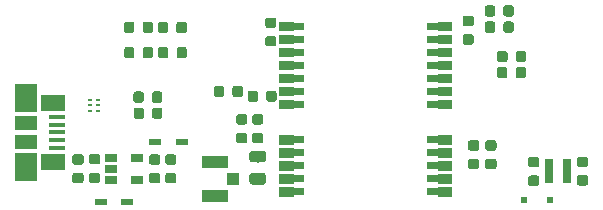
<source format=gbr>
G04 #@! TF.GenerationSoftware,KiCad,Pcbnew,(5.1.4)-1*
G04 #@! TF.CreationDate,2020-01-22T19:52:42-05:00*
G04 #@! TF.ProjectId,Feather-NEO-M9N-GPS,46656174-6865-4722-9d4e-454f2d4d394e,rev?*
G04 #@! TF.SameCoordinates,Original*
G04 #@! TF.FileFunction,Paste,Top*
G04 #@! TF.FilePolarity,Positive*
%FSLAX46Y46*%
G04 Gerber Fmt 4.6, Leading zero omitted, Abs format (unit mm)*
G04 Created by KiCad (PCBNEW (5.1.4)-1) date 2020-01-22 19:52:42*
%MOMM*%
%LPD*%
G04 APERTURE LIST*
%ADD10C,0.100000*%
%ADD11R,0.325000X0.250000*%
%ADD12R,1.050000X0.500000*%
%ADD13R,1.050000X1.000000*%
%ADD14R,2.200000X1.050000*%
%ADD15C,0.875000*%
%ADD16R,1.060000X0.650000*%
%ADD17R,1.900000X1.175000*%
%ADD18R,1.900000X2.375000*%
%ADD19R,2.100000X1.475000*%
%ADD20R,1.380000X0.450000*%
%ADD21R,0.500000X0.500000*%
%ADD22R,0.800000X2.000000*%
%ADD23C,0.975000*%
G04 APERTURE END LIST*
D10*
G36*
X164102400Y-89247300D02*
G01*
X165002400Y-89247300D01*
X165002400Y-88647300D01*
X164102400Y-88647300D01*
X164102400Y-89247300D01*
G37*
G36*
X165002400Y-89347300D02*
G01*
X166202400Y-89347300D01*
X166202400Y-88547300D01*
X165002400Y-88547300D01*
X165002400Y-89347300D01*
G37*
G36*
X164102400Y-90347300D02*
G01*
X165002400Y-90347300D01*
X165002400Y-89747300D01*
X164102400Y-89747300D01*
X164102400Y-90347300D01*
G37*
G36*
X165002400Y-90447300D02*
G01*
X166202400Y-90447300D01*
X166202400Y-89647300D01*
X165002400Y-89647300D01*
X165002400Y-90447300D01*
G37*
G36*
X164102400Y-91447300D02*
G01*
X165002400Y-91447300D01*
X165002400Y-90847300D01*
X164102400Y-90847300D01*
X164102400Y-91447300D01*
G37*
G36*
X165002400Y-91547300D02*
G01*
X166202400Y-91547300D01*
X166202400Y-90747300D01*
X165002400Y-90747300D01*
X165002400Y-91547300D01*
G37*
G36*
X164102400Y-92547300D02*
G01*
X165002400Y-92547300D01*
X165002400Y-91947300D01*
X164102400Y-91947300D01*
X164102400Y-92547300D01*
G37*
G36*
X165002400Y-92647300D02*
G01*
X166202400Y-92647300D01*
X166202400Y-91847300D01*
X165002400Y-91847300D01*
X165002400Y-92647300D01*
G37*
G36*
X164102400Y-93647300D02*
G01*
X165002400Y-93647300D01*
X165002400Y-93047300D01*
X164102400Y-93047300D01*
X164102400Y-93647300D01*
G37*
G36*
X165002400Y-93747300D02*
G01*
X166202400Y-93747300D01*
X166202400Y-92947300D01*
X165002400Y-92947300D01*
X165002400Y-93747300D01*
G37*
G36*
X164102400Y-79647300D02*
G01*
X165002400Y-79647300D01*
X165002400Y-79047300D01*
X164102400Y-79047300D01*
X164102400Y-79647300D01*
G37*
G36*
X165002400Y-79747300D02*
G01*
X166202400Y-79747300D01*
X166202400Y-78947300D01*
X165002400Y-78947300D01*
X165002400Y-79747300D01*
G37*
G36*
X164102400Y-80747300D02*
G01*
X165002400Y-80747300D01*
X165002400Y-80147300D01*
X164102400Y-80147300D01*
X164102400Y-80747300D01*
G37*
G36*
X165002400Y-80847300D02*
G01*
X166202400Y-80847300D01*
X166202400Y-80047300D01*
X165002400Y-80047300D01*
X165002400Y-80847300D01*
G37*
G36*
X164102400Y-81847300D02*
G01*
X165002400Y-81847300D01*
X165002400Y-81247300D01*
X164102400Y-81247300D01*
X164102400Y-81847300D01*
G37*
G36*
X165002400Y-81947300D02*
G01*
X166202400Y-81947300D01*
X166202400Y-81147300D01*
X165002400Y-81147300D01*
X165002400Y-81947300D01*
G37*
G36*
X164102400Y-82947300D02*
G01*
X165002400Y-82947300D01*
X165002400Y-82347300D01*
X164102400Y-82347300D01*
X164102400Y-82947300D01*
G37*
G36*
X165002400Y-83047300D02*
G01*
X166202400Y-83047300D01*
X166202400Y-82247300D01*
X165002400Y-82247300D01*
X165002400Y-83047300D01*
G37*
G36*
X164102400Y-84047300D02*
G01*
X165002400Y-84047300D01*
X165002400Y-83447300D01*
X164102400Y-83447300D01*
X164102400Y-84047300D01*
G37*
G36*
X165002400Y-84147300D02*
G01*
X166202400Y-84147300D01*
X166202400Y-83347300D01*
X165002400Y-83347300D01*
X165002400Y-84147300D01*
G37*
G36*
X164102400Y-85147300D02*
G01*
X165002400Y-85147300D01*
X165002400Y-84547300D01*
X164102400Y-84547300D01*
X164102400Y-85147300D01*
G37*
G36*
X165002400Y-85247300D02*
G01*
X166202400Y-85247300D01*
X166202400Y-84447300D01*
X165002400Y-84447300D01*
X165002400Y-85247300D01*
G37*
G36*
X164102400Y-86247300D02*
G01*
X165002400Y-86247300D01*
X165002400Y-85647300D01*
X164102400Y-85647300D01*
X164102400Y-86247300D01*
G37*
G36*
X165002400Y-86347300D02*
G01*
X166202400Y-86347300D01*
X166202400Y-85547300D01*
X165002400Y-85547300D01*
X165002400Y-86347300D01*
G37*
G36*
X153702400Y-93047300D02*
G01*
X152802400Y-93047300D01*
X152802400Y-93647300D01*
X153702400Y-93647300D01*
X153702400Y-93047300D01*
G37*
G36*
X152802400Y-92947300D02*
G01*
X151602400Y-92947300D01*
X151602400Y-93747300D01*
X152802400Y-93747300D01*
X152802400Y-92947300D01*
G37*
G36*
X153702400Y-91947300D02*
G01*
X152802400Y-91947300D01*
X152802400Y-92547300D01*
X153702400Y-92547300D01*
X153702400Y-91947300D01*
G37*
G36*
X152802400Y-91847300D02*
G01*
X151602400Y-91847300D01*
X151602400Y-92647300D01*
X152802400Y-92647300D01*
X152802400Y-91847300D01*
G37*
G36*
X153702400Y-90847300D02*
G01*
X152802400Y-90847300D01*
X152802400Y-91447300D01*
X153702400Y-91447300D01*
X153702400Y-90847300D01*
G37*
G36*
X152802400Y-90747300D02*
G01*
X151602400Y-90747300D01*
X151602400Y-91547300D01*
X152802400Y-91547300D01*
X152802400Y-90747300D01*
G37*
G36*
X153702400Y-89747300D02*
G01*
X152802400Y-89747300D01*
X152802400Y-90347300D01*
X153702400Y-90347300D01*
X153702400Y-89747300D01*
G37*
G36*
X152802400Y-89647300D02*
G01*
X151602400Y-89647300D01*
X151602400Y-90447300D01*
X152802400Y-90447300D01*
X152802400Y-89647300D01*
G37*
G36*
X153702400Y-88647300D02*
G01*
X152802400Y-88647300D01*
X152802400Y-89247300D01*
X153702400Y-89247300D01*
X153702400Y-88647300D01*
G37*
G36*
X152802400Y-88547300D02*
G01*
X151602400Y-88547300D01*
X151602400Y-89347300D01*
X152802400Y-89347300D01*
X152802400Y-88547300D01*
G37*
G36*
X153702400Y-85647300D02*
G01*
X152802400Y-85647300D01*
X152802400Y-86247300D01*
X153702400Y-86247300D01*
X153702400Y-85647300D01*
G37*
G36*
X152802400Y-85547300D02*
G01*
X151602400Y-85547300D01*
X151602400Y-86347300D01*
X152802400Y-86347300D01*
X152802400Y-85547300D01*
G37*
G36*
X153702400Y-84547300D02*
G01*
X152802400Y-84547300D01*
X152802400Y-85147300D01*
X153702400Y-85147300D01*
X153702400Y-84547300D01*
G37*
G36*
X152802400Y-84447300D02*
G01*
X151602400Y-84447300D01*
X151602400Y-85247300D01*
X152802400Y-85247300D01*
X152802400Y-84447300D01*
G37*
G36*
X153702400Y-83447300D02*
G01*
X152802400Y-83447300D01*
X152802400Y-84047300D01*
X153702400Y-84047300D01*
X153702400Y-83447300D01*
G37*
G36*
X152802400Y-83347300D02*
G01*
X151602400Y-83347300D01*
X151602400Y-84147300D01*
X152802400Y-84147300D01*
X152802400Y-83347300D01*
G37*
G36*
X153702400Y-82347300D02*
G01*
X152802400Y-82347300D01*
X152802400Y-82947300D01*
X153702400Y-82947300D01*
X153702400Y-82347300D01*
G37*
G36*
X152802400Y-82247300D02*
G01*
X151602400Y-82247300D01*
X151602400Y-83047300D01*
X152802400Y-83047300D01*
X152802400Y-82247300D01*
G37*
G36*
X153702400Y-81247300D02*
G01*
X152802400Y-81247300D01*
X152802400Y-81847300D01*
X153702400Y-81847300D01*
X153702400Y-81247300D01*
G37*
G36*
X152802400Y-81147300D02*
G01*
X151602400Y-81147300D01*
X151602400Y-81947300D01*
X152802400Y-81947300D01*
X152802400Y-81147300D01*
G37*
G36*
X153702400Y-80147300D02*
G01*
X152802400Y-80147300D01*
X152802400Y-80747300D01*
X153702400Y-80747300D01*
X153702400Y-80147300D01*
G37*
G36*
X152802400Y-80047300D02*
G01*
X151602400Y-80047300D01*
X151602400Y-80847300D01*
X152802400Y-80847300D01*
X152802400Y-80047300D01*
G37*
G36*
X153702400Y-79047300D02*
G01*
X152802400Y-79047300D01*
X152802400Y-79647300D01*
X153702400Y-79647300D01*
X153702400Y-79047300D01*
G37*
G36*
X152802400Y-78947300D02*
G01*
X151602400Y-78947300D01*
X151602400Y-79747300D01*
X152802400Y-79747300D01*
X152802400Y-78947300D01*
G37*
D11*
X136252400Y-85529800D03*
X136252400Y-86029800D03*
X136252400Y-86529800D03*
X135578400Y-86529800D03*
X135578400Y-86029800D03*
X135578400Y-85529800D03*
D12*
X136453800Y-94208600D03*
X138729800Y-94208600D03*
X141063900Y-89128600D03*
X143339900Y-89128600D03*
D13*
X147663900Y-92252800D03*
D14*
X146138900Y-90777800D03*
X146138900Y-93727800D03*
D10*
G36*
X141323891Y-90177953D02*
G01*
X141345126Y-90181103D01*
X141365950Y-90186319D01*
X141386162Y-90193551D01*
X141405568Y-90202730D01*
X141423981Y-90213766D01*
X141441224Y-90226554D01*
X141457130Y-90240970D01*
X141471546Y-90256876D01*
X141484334Y-90274119D01*
X141495370Y-90292532D01*
X141504549Y-90311938D01*
X141511781Y-90332150D01*
X141516997Y-90352974D01*
X141520147Y-90374209D01*
X141521200Y-90395650D01*
X141521200Y-90833150D01*
X141520147Y-90854591D01*
X141516997Y-90875826D01*
X141511781Y-90896650D01*
X141504549Y-90916862D01*
X141495370Y-90936268D01*
X141484334Y-90954681D01*
X141471546Y-90971924D01*
X141457130Y-90987830D01*
X141441224Y-91002246D01*
X141423981Y-91015034D01*
X141405568Y-91026070D01*
X141386162Y-91035249D01*
X141365950Y-91042481D01*
X141345126Y-91047697D01*
X141323891Y-91050847D01*
X141302450Y-91051900D01*
X140789950Y-91051900D01*
X140768509Y-91050847D01*
X140747274Y-91047697D01*
X140726450Y-91042481D01*
X140706238Y-91035249D01*
X140686832Y-91026070D01*
X140668419Y-91015034D01*
X140651176Y-91002246D01*
X140635270Y-90987830D01*
X140620854Y-90971924D01*
X140608066Y-90954681D01*
X140597030Y-90936268D01*
X140587851Y-90916862D01*
X140580619Y-90896650D01*
X140575403Y-90875826D01*
X140572253Y-90854591D01*
X140571200Y-90833150D01*
X140571200Y-90395650D01*
X140572253Y-90374209D01*
X140575403Y-90352974D01*
X140580619Y-90332150D01*
X140587851Y-90311938D01*
X140597030Y-90292532D01*
X140608066Y-90274119D01*
X140620854Y-90256876D01*
X140635270Y-90240970D01*
X140651176Y-90226554D01*
X140668419Y-90213766D01*
X140686832Y-90202730D01*
X140706238Y-90193551D01*
X140726450Y-90186319D01*
X140747274Y-90181103D01*
X140768509Y-90177953D01*
X140789950Y-90176900D01*
X141302450Y-90176900D01*
X141323891Y-90177953D01*
X141323891Y-90177953D01*
G37*
D15*
X141046200Y-90614400D03*
D10*
G36*
X141323891Y-91752953D02*
G01*
X141345126Y-91756103D01*
X141365950Y-91761319D01*
X141386162Y-91768551D01*
X141405568Y-91777730D01*
X141423981Y-91788766D01*
X141441224Y-91801554D01*
X141457130Y-91815970D01*
X141471546Y-91831876D01*
X141484334Y-91849119D01*
X141495370Y-91867532D01*
X141504549Y-91886938D01*
X141511781Y-91907150D01*
X141516997Y-91927974D01*
X141520147Y-91949209D01*
X141521200Y-91970650D01*
X141521200Y-92408150D01*
X141520147Y-92429591D01*
X141516997Y-92450826D01*
X141511781Y-92471650D01*
X141504549Y-92491862D01*
X141495370Y-92511268D01*
X141484334Y-92529681D01*
X141471546Y-92546924D01*
X141457130Y-92562830D01*
X141441224Y-92577246D01*
X141423981Y-92590034D01*
X141405568Y-92601070D01*
X141386162Y-92610249D01*
X141365950Y-92617481D01*
X141345126Y-92622697D01*
X141323891Y-92625847D01*
X141302450Y-92626900D01*
X140789950Y-92626900D01*
X140768509Y-92625847D01*
X140747274Y-92622697D01*
X140726450Y-92617481D01*
X140706238Y-92610249D01*
X140686832Y-92601070D01*
X140668419Y-92590034D01*
X140651176Y-92577246D01*
X140635270Y-92562830D01*
X140620854Y-92546924D01*
X140608066Y-92529681D01*
X140597030Y-92511268D01*
X140587851Y-92491862D01*
X140580619Y-92471650D01*
X140575403Y-92450826D01*
X140572253Y-92429591D01*
X140571200Y-92408150D01*
X140571200Y-91970650D01*
X140572253Y-91949209D01*
X140575403Y-91927974D01*
X140580619Y-91907150D01*
X140587851Y-91886938D01*
X140597030Y-91867532D01*
X140608066Y-91849119D01*
X140620854Y-91831876D01*
X140635270Y-91815970D01*
X140651176Y-91801554D01*
X140668419Y-91788766D01*
X140686832Y-91777730D01*
X140706238Y-91768551D01*
X140726450Y-91761319D01*
X140747274Y-91756103D01*
X140768509Y-91752953D01*
X140789950Y-91751900D01*
X141302450Y-91751900D01*
X141323891Y-91752953D01*
X141323891Y-91752953D01*
G37*
D15*
X141046200Y-92189400D03*
D10*
G36*
X142682791Y-90177953D02*
G01*
X142704026Y-90181103D01*
X142724850Y-90186319D01*
X142745062Y-90193551D01*
X142764468Y-90202730D01*
X142782881Y-90213766D01*
X142800124Y-90226554D01*
X142816030Y-90240970D01*
X142830446Y-90256876D01*
X142843234Y-90274119D01*
X142854270Y-90292532D01*
X142863449Y-90311938D01*
X142870681Y-90332150D01*
X142875897Y-90352974D01*
X142879047Y-90374209D01*
X142880100Y-90395650D01*
X142880100Y-90833150D01*
X142879047Y-90854591D01*
X142875897Y-90875826D01*
X142870681Y-90896650D01*
X142863449Y-90916862D01*
X142854270Y-90936268D01*
X142843234Y-90954681D01*
X142830446Y-90971924D01*
X142816030Y-90987830D01*
X142800124Y-91002246D01*
X142782881Y-91015034D01*
X142764468Y-91026070D01*
X142745062Y-91035249D01*
X142724850Y-91042481D01*
X142704026Y-91047697D01*
X142682791Y-91050847D01*
X142661350Y-91051900D01*
X142148850Y-91051900D01*
X142127409Y-91050847D01*
X142106174Y-91047697D01*
X142085350Y-91042481D01*
X142065138Y-91035249D01*
X142045732Y-91026070D01*
X142027319Y-91015034D01*
X142010076Y-91002246D01*
X141994170Y-90987830D01*
X141979754Y-90971924D01*
X141966966Y-90954681D01*
X141955930Y-90936268D01*
X141946751Y-90916862D01*
X141939519Y-90896650D01*
X141934303Y-90875826D01*
X141931153Y-90854591D01*
X141930100Y-90833150D01*
X141930100Y-90395650D01*
X141931153Y-90374209D01*
X141934303Y-90352974D01*
X141939519Y-90332150D01*
X141946751Y-90311938D01*
X141955930Y-90292532D01*
X141966966Y-90274119D01*
X141979754Y-90256876D01*
X141994170Y-90240970D01*
X142010076Y-90226554D01*
X142027319Y-90213766D01*
X142045732Y-90202730D01*
X142065138Y-90193551D01*
X142085350Y-90186319D01*
X142106174Y-90181103D01*
X142127409Y-90177953D01*
X142148850Y-90176900D01*
X142661350Y-90176900D01*
X142682791Y-90177953D01*
X142682791Y-90177953D01*
G37*
D15*
X142405100Y-90614400D03*
D10*
G36*
X142682791Y-91752953D02*
G01*
X142704026Y-91756103D01*
X142724850Y-91761319D01*
X142745062Y-91768551D01*
X142764468Y-91777730D01*
X142782881Y-91788766D01*
X142800124Y-91801554D01*
X142816030Y-91815970D01*
X142830446Y-91831876D01*
X142843234Y-91849119D01*
X142854270Y-91867532D01*
X142863449Y-91886938D01*
X142870681Y-91907150D01*
X142875897Y-91927974D01*
X142879047Y-91949209D01*
X142880100Y-91970650D01*
X142880100Y-92408150D01*
X142879047Y-92429591D01*
X142875897Y-92450826D01*
X142870681Y-92471650D01*
X142863449Y-92491862D01*
X142854270Y-92511268D01*
X142843234Y-92529681D01*
X142830446Y-92546924D01*
X142816030Y-92562830D01*
X142800124Y-92577246D01*
X142782881Y-92590034D01*
X142764468Y-92601070D01*
X142745062Y-92610249D01*
X142724850Y-92617481D01*
X142704026Y-92622697D01*
X142682791Y-92625847D01*
X142661350Y-92626900D01*
X142148850Y-92626900D01*
X142127409Y-92625847D01*
X142106174Y-92622697D01*
X142085350Y-92617481D01*
X142065138Y-92610249D01*
X142045732Y-92601070D01*
X142027319Y-92590034D01*
X142010076Y-92577246D01*
X141994170Y-92562830D01*
X141979754Y-92546924D01*
X141966966Y-92529681D01*
X141955930Y-92511268D01*
X141946751Y-92491862D01*
X141939519Y-92471650D01*
X141934303Y-92450826D01*
X141931153Y-92429591D01*
X141930100Y-92408150D01*
X141930100Y-91970650D01*
X141931153Y-91949209D01*
X141934303Y-91927974D01*
X141939519Y-91907150D01*
X141946751Y-91886938D01*
X141955930Y-91867532D01*
X141966966Y-91849119D01*
X141979754Y-91831876D01*
X141994170Y-91815970D01*
X142010076Y-91801554D01*
X142027319Y-91788766D01*
X142045732Y-91777730D01*
X142065138Y-91768551D01*
X142085350Y-91761319D01*
X142106174Y-91756103D01*
X142127409Y-91752953D01*
X142148850Y-91751900D01*
X142661350Y-91751900D01*
X142682791Y-91752953D01*
X142682791Y-91752953D01*
G37*
D15*
X142405100Y-92189400D03*
D10*
G36*
X134821491Y-90165253D02*
G01*
X134842726Y-90168403D01*
X134863550Y-90173619D01*
X134883762Y-90180851D01*
X134903168Y-90190030D01*
X134921581Y-90201066D01*
X134938824Y-90213854D01*
X134954730Y-90228270D01*
X134969146Y-90244176D01*
X134981934Y-90261419D01*
X134992970Y-90279832D01*
X135002149Y-90299238D01*
X135009381Y-90319450D01*
X135014597Y-90340274D01*
X135017747Y-90361509D01*
X135018800Y-90382950D01*
X135018800Y-90820450D01*
X135017747Y-90841891D01*
X135014597Y-90863126D01*
X135009381Y-90883950D01*
X135002149Y-90904162D01*
X134992970Y-90923568D01*
X134981934Y-90941981D01*
X134969146Y-90959224D01*
X134954730Y-90975130D01*
X134938824Y-90989546D01*
X134921581Y-91002334D01*
X134903168Y-91013370D01*
X134883762Y-91022549D01*
X134863550Y-91029781D01*
X134842726Y-91034997D01*
X134821491Y-91038147D01*
X134800050Y-91039200D01*
X134287550Y-91039200D01*
X134266109Y-91038147D01*
X134244874Y-91034997D01*
X134224050Y-91029781D01*
X134203838Y-91022549D01*
X134184432Y-91013370D01*
X134166019Y-91002334D01*
X134148776Y-90989546D01*
X134132870Y-90975130D01*
X134118454Y-90959224D01*
X134105666Y-90941981D01*
X134094630Y-90923568D01*
X134085451Y-90904162D01*
X134078219Y-90883950D01*
X134073003Y-90863126D01*
X134069853Y-90841891D01*
X134068800Y-90820450D01*
X134068800Y-90382950D01*
X134069853Y-90361509D01*
X134073003Y-90340274D01*
X134078219Y-90319450D01*
X134085451Y-90299238D01*
X134094630Y-90279832D01*
X134105666Y-90261419D01*
X134118454Y-90244176D01*
X134132870Y-90228270D01*
X134148776Y-90213854D01*
X134166019Y-90201066D01*
X134184432Y-90190030D01*
X134203838Y-90180851D01*
X134224050Y-90173619D01*
X134244874Y-90168403D01*
X134266109Y-90165253D01*
X134287550Y-90164200D01*
X134800050Y-90164200D01*
X134821491Y-90165253D01*
X134821491Y-90165253D01*
G37*
D15*
X134543800Y-90601700D03*
D10*
G36*
X134821491Y-91740253D02*
G01*
X134842726Y-91743403D01*
X134863550Y-91748619D01*
X134883762Y-91755851D01*
X134903168Y-91765030D01*
X134921581Y-91776066D01*
X134938824Y-91788854D01*
X134954730Y-91803270D01*
X134969146Y-91819176D01*
X134981934Y-91836419D01*
X134992970Y-91854832D01*
X135002149Y-91874238D01*
X135009381Y-91894450D01*
X135014597Y-91915274D01*
X135017747Y-91936509D01*
X135018800Y-91957950D01*
X135018800Y-92395450D01*
X135017747Y-92416891D01*
X135014597Y-92438126D01*
X135009381Y-92458950D01*
X135002149Y-92479162D01*
X134992970Y-92498568D01*
X134981934Y-92516981D01*
X134969146Y-92534224D01*
X134954730Y-92550130D01*
X134938824Y-92564546D01*
X134921581Y-92577334D01*
X134903168Y-92588370D01*
X134883762Y-92597549D01*
X134863550Y-92604781D01*
X134842726Y-92609997D01*
X134821491Y-92613147D01*
X134800050Y-92614200D01*
X134287550Y-92614200D01*
X134266109Y-92613147D01*
X134244874Y-92609997D01*
X134224050Y-92604781D01*
X134203838Y-92597549D01*
X134184432Y-92588370D01*
X134166019Y-92577334D01*
X134148776Y-92564546D01*
X134132870Y-92550130D01*
X134118454Y-92534224D01*
X134105666Y-92516981D01*
X134094630Y-92498568D01*
X134085451Y-92479162D01*
X134078219Y-92458950D01*
X134073003Y-92438126D01*
X134069853Y-92416891D01*
X134068800Y-92395450D01*
X134068800Y-91957950D01*
X134069853Y-91936509D01*
X134073003Y-91915274D01*
X134078219Y-91894450D01*
X134085451Y-91874238D01*
X134094630Y-91854832D01*
X134105666Y-91836419D01*
X134118454Y-91819176D01*
X134132870Y-91803270D01*
X134148776Y-91788854D01*
X134166019Y-91776066D01*
X134184432Y-91765030D01*
X134203838Y-91755851D01*
X134224050Y-91748619D01*
X134244874Y-91743403D01*
X134266109Y-91740253D01*
X134287550Y-91739200D01*
X134800050Y-91739200D01*
X134821491Y-91740253D01*
X134821491Y-91740253D01*
G37*
D15*
X134543800Y-92176700D03*
D16*
X139580800Y-90451900D03*
X139580800Y-92351900D03*
X137380800Y-92351900D03*
X137380800Y-91401900D03*
X137380800Y-90451900D03*
D10*
G36*
X136231191Y-91714853D02*
G01*
X136252426Y-91718003D01*
X136273250Y-91723219D01*
X136293462Y-91730451D01*
X136312868Y-91739630D01*
X136331281Y-91750666D01*
X136348524Y-91763454D01*
X136364430Y-91777870D01*
X136378846Y-91793776D01*
X136391634Y-91811019D01*
X136402670Y-91829432D01*
X136411849Y-91848838D01*
X136419081Y-91869050D01*
X136424297Y-91889874D01*
X136427447Y-91911109D01*
X136428500Y-91932550D01*
X136428500Y-92370050D01*
X136427447Y-92391491D01*
X136424297Y-92412726D01*
X136419081Y-92433550D01*
X136411849Y-92453762D01*
X136402670Y-92473168D01*
X136391634Y-92491581D01*
X136378846Y-92508824D01*
X136364430Y-92524730D01*
X136348524Y-92539146D01*
X136331281Y-92551934D01*
X136312868Y-92562970D01*
X136293462Y-92572149D01*
X136273250Y-92579381D01*
X136252426Y-92584597D01*
X136231191Y-92587747D01*
X136209750Y-92588800D01*
X135697250Y-92588800D01*
X135675809Y-92587747D01*
X135654574Y-92584597D01*
X135633750Y-92579381D01*
X135613538Y-92572149D01*
X135594132Y-92562970D01*
X135575719Y-92551934D01*
X135558476Y-92539146D01*
X135542570Y-92524730D01*
X135528154Y-92508824D01*
X135515366Y-92491581D01*
X135504330Y-92473168D01*
X135495151Y-92453762D01*
X135487919Y-92433550D01*
X135482703Y-92412726D01*
X135479553Y-92391491D01*
X135478500Y-92370050D01*
X135478500Y-91932550D01*
X135479553Y-91911109D01*
X135482703Y-91889874D01*
X135487919Y-91869050D01*
X135495151Y-91848838D01*
X135504330Y-91829432D01*
X135515366Y-91811019D01*
X135528154Y-91793776D01*
X135542570Y-91777870D01*
X135558476Y-91763454D01*
X135575719Y-91750666D01*
X135594132Y-91739630D01*
X135613538Y-91730451D01*
X135633750Y-91723219D01*
X135654574Y-91718003D01*
X135675809Y-91714853D01*
X135697250Y-91713800D01*
X136209750Y-91713800D01*
X136231191Y-91714853D01*
X136231191Y-91714853D01*
G37*
D15*
X135953500Y-92151300D03*
D10*
G36*
X136231191Y-90139853D02*
G01*
X136252426Y-90143003D01*
X136273250Y-90148219D01*
X136293462Y-90155451D01*
X136312868Y-90164630D01*
X136331281Y-90175666D01*
X136348524Y-90188454D01*
X136364430Y-90202870D01*
X136378846Y-90218776D01*
X136391634Y-90236019D01*
X136402670Y-90254432D01*
X136411849Y-90273838D01*
X136419081Y-90294050D01*
X136424297Y-90314874D01*
X136427447Y-90336109D01*
X136428500Y-90357550D01*
X136428500Y-90795050D01*
X136427447Y-90816491D01*
X136424297Y-90837726D01*
X136419081Y-90858550D01*
X136411849Y-90878762D01*
X136402670Y-90898168D01*
X136391634Y-90916581D01*
X136378846Y-90933824D01*
X136364430Y-90949730D01*
X136348524Y-90964146D01*
X136331281Y-90976934D01*
X136312868Y-90987970D01*
X136293462Y-90997149D01*
X136273250Y-91004381D01*
X136252426Y-91009597D01*
X136231191Y-91012747D01*
X136209750Y-91013800D01*
X135697250Y-91013800D01*
X135675809Y-91012747D01*
X135654574Y-91009597D01*
X135633750Y-91004381D01*
X135613538Y-90997149D01*
X135594132Y-90987970D01*
X135575719Y-90976934D01*
X135558476Y-90964146D01*
X135542570Y-90949730D01*
X135528154Y-90933824D01*
X135515366Y-90916581D01*
X135504330Y-90898168D01*
X135495151Y-90878762D01*
X135487919Y-90858550D01*
X135482703Y-90837726D01*
X135479553Y-90816491D01*
X135478500Y-90795050D01*
X135478500Y-90357550D01*
X135479553Y-90336109D01*
X135482703Y-90314874D01*
X135487919Y-90294050D01*
X135495151Y-90273838D01*
X135504330Y-90254432D01*
X135515366Y-90236019D01*
X135528154Y-90218776D01*
X135542570Y-90202870D01*
X135558476Y-90188454D01*
X135575719Y-90175666D01*
X135594132Y-90164630D01*
X135613538Y-90155451D01*
X135633750Y-90148219D01*
X135654574Y-90143003D01*
X135675809Y-90139853D01*
X135697250Y-90138800D01*
X136209750Y-90138800D01*
X136231191Y-90139853D01*
X136231191Y-90139853D01*
G37*
D15*
X135953500Y-90576300D03*
D17*
X130107840Y-89160880D03*
X130107840Y-87480880D03*
D18*
X130107840Y-91230880D03*
X130107840Y-85410880D03*
D19*
X132407840Y-90783380D03*
X132407840Y-85858380D03*
D20*
X132767840Y-89620880D03*
X132767840Y-88970880D03*
X132767840Y-88320880D03*
X132767840Y-87670880D03*
X132767840Y-87020880D03*
D10*
G36*
X151153691Y-78587933D02*
G01*
X151174926Y-78591083D01*
X151195750Y-78596299D01*
X151215962Y-78603531D01*
X151235368Y-78612710D01*
X151253781Y-78623746D01*
X151271024Y-78636534D01*
X151286930Y-78650950D01*
X151301346Y-78666856D01*
X151314134Y-78684099D01*
X151325170Y-78702512D01*
X151334349Y-78721918D01*
X151341581Y-78742130D01*
X151346797Y-78762954D01*
X151349947Y-78784189D01*
X151351000Y-78805630D01*
X151351000Y-79243130D01*
X151349947Y-79264571D01*
X151346797Y-79285806D01*
X151341581Y-79306630D01*
X151334349Y-79326842D01*
X151325170Y-79346248D01*
X151314134Y-79364661D01*
X151301346Y-79381904D01*
X151286930Y-79397810D01*
X151271024Y-79412226D01*
X151253781Y-79425014D01*
X151235368Y-79436050D01*
X151215962Y-79445229D01*
X151195750Y-79452461D01*
X151174926Y-79457677D01*
X151153691Y-79460827D01*
X151132250Y-79461880D01*
X150619750Y-79461880D01*
X150598309Y-79460827D01*
X150577074Y-79457677D01*
X150556250Y-79452461D01*
X150536038Y-79445229D01*
X150516632Y-79436050D01*
X150498219Y-79425014D01*
X150480976Y-79412226D01*
X150465070Y-79397810D01*
X150450654Y-79381904D01*
X150437866Y-79364661D01*
X150426830Y-79346248D01*
X150417651Y-79326842D01*
X150410419Y-79306630D01*
X150405203Y-79285806D01*
X150402053Y-79264571D01*
X150401000Y-79243130D01*
X150401000Y-78805630D01*
X150402053Y-78784189D01*
X150405203Y-78762954D01*
X150410419Y-78742130D01*
X150417651Y-78721918D01*
X150426830Y-78702512D01*
X150437866Y-78684099D01*
X150450654Y-78666856D01*
X150465070Y-78650950D01*
X150480976Y-78636534D01*
X150498219Y-78623746D01*
X150516632Y-78612710D01*
X150536038Y-78603531D01*
X150556250Y-78596299D01*
X150577074Y-78591083D01*
X150598309Y-78587933D01*
X150619750Y-78586880D01*
X151132250Y-78586880D01*
X151153691Y-78587933D01*
X151153691Y-78587933D01*
G37*
D15*
X150876000Y-79024380D03*
D10*
G36*
X151153691Y-80162933D02*
G01*
X151174926Y-80166083D01*
X151195750Y-80171299D01*
X151215962Y-80178531D01*
X151235368Y-80187710D01*
X151253781Y-80198746D01*
X151271024Y-80211534D01*
X151286930Y-80225950D01*
X151301346Y-80241856D01*
X151314134Y-80259099D01*
X151325170Y-80277512D01*
X151334349Y-80296918D01*
X151341581Y-80317130D01*
X151346797Y-80337954D01*
X151349947Y-80359189D01*
X151351000Y-80380630D01*
X151351000Y-80818130D01*
X151349947Y-80839571D01*
X151346797Y-80860806D01*
X151341581Y-80881630D01*
X151334349Y-80901842D01*
X151325170Y-80921248D01*
X151314134Y-80939661D01*
X151301346Y-80956904D01*
X151286930Y-80972810D01*
X151271024Y-80987226D01*
X151253781Y-81000014D01*
X151235368Y-81011050D01*
X151215962Y-81020229D01*
X151195750Y-81027461D01*
X151174926Y-81032677D01*
X151153691Y-81035827D01*
X151132250Y-81036880D01*
X150619750Y-81036880D01*
X150598309Y-81035827D01*
X150577074Y-81032677D01*
X150556250Y-81027461D01*
X150536038Y-81020229D01*
X150516632Y-81011050D01*
X150498219Y-81000014D01*
X150480976Y-80987226D01*
X150465070Y-80972810D01*
X150450654Y-80956904D01*
X150437866Y-80939661D01*
X150426830Y-80921248D01*
X150417651Y-80901842D01*
X150410419Y-80881630D01*
X150405203Y-80860806D01*
X150402053Y-80839571D01*
X150401000Y-80818130D01*
X150401000Y-80380630D01*
X150402053Y-80359189D01*
X150405203Y-80337954D01*
X150410419Y-80317130D01*
X150417651Y-80296918D01*
X150426830Y-80277512D01*
X150437866Y-80259099D01*
X150450654Y-80241856D01*
X150465070Y-80225950D01*
X150480976Y-80211534D01*
X150498219Y-80198746D01*
X150516632Y-80187710D01*
X150536038Y-80178531D01*
X150556250Y-80171299D01*
X150577074Y-80166083D01*
X150598309Y-80162933D01*
X150619750Y-80161880D01*
X151132250Y-80161880D01*
X151153691Y-80162933D01*
X151153691Y-80162933D01*
G37*
D15*
X150876000Y-80599380D03*
D10*
G36*
X143570111Y-81095613D02*
G01*
X143591346Y-81098763D01*
X143612170Y-81103979D01*
X143632382Y-81111211D01*
X143651788Y-81120390D01*
X143670201Y-81131426D01*
X143687444Y-81144214D01*
X143703350Y-81158630D01*
X143717766Y-81174536D01*
X143730554Y-81191779D01*
X143741590Y-81210192D01*
X143750769Y-81229598D01*
X143758001Y-81249810D01*
X143763217Y-81270634D01*
X143766367Y-81291869D01*
X143767420Y-81313310D01*
X143767420Y-81825810D01*
X143766367Y-81847251D01*
X143763217Y-81868486D01*
X143758001Y-81889310D01*
X143750769Y-81909522D01*
X143741590Y-81928928D01*
X143730554Y-81947341D01*
X143717766Y-81964584D01*
X143703350Y-81980490D01*
X143687444Y-81994906D01*
X143670201Y-82007694D01*
X143651788Y-82018730D01*
X143632382Y-82027909D01*
X143612170Y-82035141D01*
X143591346Y-82040357D01*
X143570111Y-82043507D01*
X143548670Y-82044560D01*
X143111170Y-82044560D01*
X143089729Y-82043507D01*
X143068494Y-82040357D01*
X143047670Y-82035141D01*
X143027458Y-82027909D01*
X143008052Y-82018730D01*
X142989639Y-82007694D01*
X142972396Y-81994906D01*
X142956490Y-81980490D01*
X142942074Y-81964584D01*
X142929286Y-81947341D01*
X142918250Y-81928928D01*
X142909071Y-81909522D01*
X142901839Y-81889310D01*
X142896623Y-81868486D01*
X142893473Y-81847251D01*
X142892420Y-81825810D01*
X142892420Y-81313310D01*
X142893473Y-81291869D01*
X142896623Y-81270634D01*
X142901839Y-81249810D01*
X142909071Y-81229598D01*
X142918250Y-81210192D01*
X142929286Y-81191779D01*
X142942074Y-81174536D01*
X142956490Y-81158630D01*
X142972396Y-81144214D01*
X142989639Y-81131426D01*
X143008052Y-81120390D01*
X143027458Y-81111211D01*
X143047670Y-81103979D01*
X143068494Y-81098763D01*
X143089729Y-81095613D01*
X143111170Y-81094560D01*
X143548670Y-81094560D01*
X143570111Y-81095613D01*
X143570111Y-81095613D01*
G37*
D15*
X143329920Y-81569560D03*
D10*
G36*
X141995111Y-81095613D02*
G01*
X142016346Y-81098763D01*
X142037170Y-81103979D01*
X142057382Y-81111211D01*
X142076788Y-81120390D01*
X142095201Y-81131426D01*
X142112444Y-81144214D01*
X142128350Y-81158630D01*
X142142766Y-81174536D01*
X142155554Y-81191779D01*
X142166590Y-81210192D01*
X142175769Y-81229598D01*
X142183001Y-81249810D01*
X142188217Y-81270634D01*
X142191367Y-81291869D01*
X142192420Y-81313310D01*
X142192420Y-81825810D01*
X142191367Y-81847251D01*
X142188217Y-81868486D01*
X142183001Y-81889310D01*
X142175769Y-81909522D01*
X142166590Y-81928928D01*
X142155554Y-81947341D01*
X142142766Y-81964584D01*
X142128350Y-81980490D01*
X142112444Y-81994906D01*
X142095201Y-82007694D01*
X142076788Y-82018730D01*
X142057382Y-82027909D01*
X142037170Y-82035141D01*
X142016346Y-82040357D01*
X141995111Y-82043507D01*
X141973670Y-82044560D01*
X141536170Y-82044560D01*
X141514729Y-82043507D01*
X141493494Y-82040357D01*
X141472670Y-82035141D01*
X141452458Y-82027909D01*
X141433052Y-82018730D01*
X141414639Y-82007694D01*
X141397396Y-81994906D01*
X141381490Y-81980490D01*
X141367074Y-81964584D01*
X141354286Y-81947341D01*
X141343250Y-81928928D01*
X141334071Y-81909522D01*
X141326839Y-81889310D01*
X141321623Y-81868486D01*
X141318473Y-81847251D01*
X141317420Y-81825810D01*
X141317420Y-81313310D01*
X141318473Y-81291869D01*
X141321623Y-81270634D01*
X141326839Y-81249810D01*
X141334071Y-81229598D01*
X141343250Y-81210192D01*
X141354286Y-81191779D01*
X141367074Y-81174536D01*
X141381490Y-81158630D01*
X141397396Y-81144214D01*
X141414639Y-81131426D01*
X141433052Y-81120390D01*
X141452458Y-81111211D01*
X141472670Y-81103979D01*
X141493494Y-81098763D01*
X141514729Y-81095613D01*
X141536170Y-81094560D01*
X141973670Y-81094560D01*
X141995111Y-81095613D01*
X141995111Y-81095613D01*
G37*
D15*
X141754920Y-81569560D03*
D10*
G36*
X143552171Y-78956933D02*
G01*
X143573406Y-78960083D01*
X143594230Y-78965299D01*
X143614442Y-78972531D01*
X143633848Y-78981710D01*
X143652261Y-78992746D01*
X143669504Y-79005534D01*
X143685410Y-79019950D01*
X143699826Y-79035856D01*
X143712614Y-79053099D01*
X143723650Y-79071512D01*
X143732829Y-79090918D01*
X143740061Y-79111130D01*
X143745277Y-79131954D01*
X143748427Y-79153189D01*
X143749480Y-79174630D01*
X143749480Y-79687130D01*
X143748427Y-79708571D01*
X143745277Y-79729806D01*
X143740061Y-79750630D01*
X143732829Y-79770842D01*
X143723650Y-79790248D01*
X143712614Y-79808661D01*
X143699826Y-79825904D01*
X143685410Y-79841810D01*
X143669504Y-79856226D01*
X143652261Y-79869014D01*
X143633848Y-79880050D01*
X143614442Y-79889229D01*
X143594230Y-79896461D01*
X143573406Y-79901677D01*
X143552171Y-79904827D01*
X143530730Y-79905880D01*
X143093230Y-79905880D01*
X143071789Y-79904827D01*
X143050554Y-79901677D01*
X143029730Y-79896461D01*
X143009518Y-79889229D01*
X142990112Y-79880050D01*
X142971699Y-79869014D01*
X142954456Y-79856226D01*
X142938550Y-79841810D01*
X142924134Y-79825904D01*
X142911346Y-79808661D01*
X142900310Y-79790248D01*
X142891131Y-79770842D01*
X142883899Y-79750630D01*
X142878683Y-79729806D01*
X142875533Y-79708571D01*
X142874480Y-79687130D01*
X142874480Y-79174630D01*
X142875533Y-79153189D01*
X142878683Y-79131954D01*
X142883899Y-79111130D01*
X142891131Y-79090918D01*
X142900310Y-79071512D01*
X142911346Y-79053099D01*
X142924134Y-79035856D01*
X142938550Y-79019950D01*
X142954456Y-79005534D01*
X142971699Y-78992746D01*
X142990112Y-78981710D01*
X143009518Y-78972531D01*
X143029730Y-78965299D01*
X143050554Y-78960083D01*
X143071789Y-78956933D01*
X143093230Y-78955880D01*
X143530730Y-78955880D01*
X143552171Y-78956933D01*
X143552171Y-78956933D01*
G37*
D15*
X143311980Y-79430880D03*
D10*
G36*
X141977171Y-78956933D02*
G01*
X141998406Y-78960083D01*
X142019230Y-78965299D01*
X142039442Y-78972531D01*
X142058848Y-78981710D01*
X142077261Y-78992746D01*
X142094504Y-79005534D01*
X142110410Y-79019950D01*
X142124826Y-79035856D01*
X142137614Y-79053099D01*
X142148650Y-79071512D01*
X142157829Y-79090918D01*
X142165061Y-79111130D01*
X142170277Y-79131954D01*
X142173427Y-79153189D01*
X142174480Y-79174630D01*
X142174480Y-79687130D01*
X142173427Y-79708571D01*
X142170277Y-79729806D01*
X142165061Y-79750630D01*
X142157829Y-79770842D01*
X142148650Y-79790248D01*
X142137614Y-79808661D01*
X142124826Y-79825904D01*
X142110410Y-79841810D01*
X142094504Y-79856226D01*
X142077261Y-79869014D01*
X142058848Y-79880050D01*
X142039442Y-79889229D01*
X142019230Y-79896461D01*
X141998406Y-79901677D01*
X141977171Y-79904827D01*
X141955730Y-79905880D01*
X141518230Y-79905880D01*
X141496789Y-79904827D01*
X141475554Y-79901677D01*
X141454730Y-79896461D01*
X141434518Y-79889229D01*
X141415112Y-79880050D01*
X141396699Y-79869014D01*
X141379456Y-79856226D01*
X141363550Y-79841810D01*
X141349134Y-79825904D01*
X141336346Y-79808661D01*
X141325310Y-79790248D01*
X141316131Y-79770842D01*
X141308899Y-79750630D01*
X141303683Y-79729806D01*
X141300533Y-79708571D01*
X141299480Y-79687130D01*
X141299480Y-79174630D01*
X141300533Y-79153189D01*
X141303683Y-79131954D01*
X141308899Y-79111130D01*
X141316131Y-79090918D01*
X141325310Y-79071512D01*
X141336346Y-79053099D01*
X141349134Y-79035856D01*
X141363550Y-79019950D01*
X141379456Y-79005534D01*
X141396699Y-78992746D01*
X141415112Y-78981710D01*
X141434518Y-78972531D01*
X141454730Y-78965299D01*
X141475554Y-78960083D01*
X141496789Y-78956933D01*
X141518230Y-78955880D01*
X141955730Y-78955880D01*
X141977171Y-78956933D01*
X141977171Y-78956933D01*
G37*
D15*
X141736980Y-79430880D03*
D10*
G36*
X169668251Y-78921373D02*
G01*
X169689486Y-78924523D01*
X169710310Y-78929739D01*
X169730522Y-78936971D01*
X169749928Y-78946150D01*
X169768341Y-78957186D01*
X169785584Y-78969974D01*
X169801490Y-78984390D01*
X169815906Y-79000296D01*
X169828694Y-79017539D01*
X169839730Y-79035952D01*
X169848909Y-79055358D01*
X169856141Y-79075570D01*
X169861357Y-79096394D01*
X169864507Y-79117629D01*
X169865560Y-79139070D01*
X169865560Y-79651570D01*
X169864507Y-79673011D01*
X169861357Y-79694246D01*
X169856141Y-79715070D01*
X169848909Y-79735282D01*
X169839730Y-79754688D01*
X169828694Y-79773101D01*
X169815906Y-79790344D01*
X169801490Y-79806250D01*
X169785584Y-79820666D01*
X169768341Y-79833454D01*
X169749928Y-79844490D01*
X169730522Y-79853669D01*
X169710310Y-79860901D01*
X169689486Y-79866117D01*
X169668251Y-79869267D01*
X169646810Y-79870320D01*
X169209310Y-79870320D01*
X169187869Y-79869267D01*
X169166634Y-79866117D01*
X169145810Y-79860901D01*
X169125598Y-79853669D01*
X169106192Y-79844490D01*
X169087779Y-79833454D01*
X169070536Y-79820666D01*
X169054630Y-79806250D01*
X169040214Y-79790344D01*
X169027426Y-79773101D01*
X169016390Y-79754688D01*
X169007211Y-79735282D01*
X168999979Y-79715070D01*
X168994763Y-79694246D01*
X168991613Y-79673011D01*
X168990560Y-79651570D01*
X168990560Y-79139070D01*
X168991613Y-79117629D01*
X168994763Y-79096394D01*
X168999979Y-79075570D01*
X169007211Y-79055358D01*
X169016390Y-79035952D01*
X169027426Y-79017539D01*
X169040214Y-79000296D01*
X169054630Y-78984390D01*
X169070536Y-78969974D01*
X169087779Y-78957186D01*
X169106192Y-78946150D01*
X169125598Y-78936971D01*
X169145810Y-78929739D01*
X169166634Y-78924523D01*
X169187869Y-78921373D01*
X169209310Y-78920320D01*
X169646810Y-78920320D01*
X169668251Y-78921373D01*
X169668251Y-78921373D01*
G37*
D15*
X169428060Y-79395320D03*
D10*
G36*
X171243251Y-78921373D02*
G01*
X171264486Y-78924523D01*
X171285310Y-78929739D01*
X171305522Y-78936971D01*
X171324928Y-78946150D01*
X171343341Y-78957186D01*
X171360584Y-78969974D01*
X171376490Y-78984390D01*
X171390906Y-79000296D01*
X171403694Y-79017539D01*
X171414730Y-79035952D01*
X171423909Y-79055358D01*
X171431141Y-79075570D01*
X171436357Y-79096394D01*
X171439507Y-79117629D01*
X171440560Y-79139070D01*
X171440560Y-79651570D01*
X171439507Y-79673011D01*
X171436357Y-79694246D01*
X171431141Y-79715070D01*
X171423909Y-79735282D01*
X171414730Y-79754688D01*
X171403694Y-79773101D01*
X171390906Y-79790344D01*
X171376490Y-79806250D01*
X171360584Y-79820666D01*
X171343341Y-79833454D01*
X171324928Y-79844490D01*
X171305522Y-79853669D01*
X171285310Y-79860901D01*
X171264486Y-79866117D01*
X171243251Y-79869267D01*
X171221810Y-79870320D01*
X170784310Y-79870320D01*
X170762869Y-79869267D01*
X170741634Y-79866117D01*
X170720810Y-79860901D01*
X170700598Y-79853669D01*
X170681192Y-79844490D01*
X170662779Y-79833454D01*
X170645536Y-79820666D01*
X170629630Y-79806250D01*
X170615214Y-79790344D01*
X170602426Y-79773101D01*
X170591390Y-79754688D01*
X170582211Y-79735282D01*
X170574979Y-79715070D01*
X170569763Y-79694246D01*
X170566613Y-79673011D01*
X170565560Y-79651570D01*
X170565560Y-79139070D01*
X170566613Y-79117629D01*
X170569763Y-79096394D01*
X170574979Y-79075570D01*
X170582211Y-79055358D01*
X170591390Y-79035952D01*
X170602426Y-79017539D01*
X170615214Y-79000296D01*
X170629630Y-78984390D01*
X170645536Y-78969974D01*
X170662779Y-78957186D01*
X170681192Y-78946150D01*
X170700598Y-78936971D01*
X170720810Y-78929739D01*
X170741634Y-78924523D01*
X170762869Y-78921373D01*
X170784310Y-78920320D01*
X171221810Y-78920320D01*
X171243251Y-78921373D01*
X171243251Y-78921373D01*
G37*
D15*
X171003060Y-79395320D03*
D10*
G36*
X169668251Y-77554853D02*
G01*
X169689486Y-77558003D01*
X169710310Y-77563219D01*
X169730522Y-77570451D01*
X169749928Y-77579630D01*
X169768341Y-77590666D01*
X169785584Y-77603454D01*
X169801490Y-77617870D01*
X169815906Y-77633776D01*
X169828694Y-77651019D01*
X169839730Y-77669432D01*
X169848909Y-77688838D01*
X169856141Y-77709050D01*
X169861357Y-77729874D01*
X169864507Y-77751109D01*
X169865560Y-77772550D01*
X169865560Y-78285050D01*
X169864507Y-78306491D01*
X169861357Y-78327726D01*
X169856141Y-78348550D01*
X169848909Y-78368762D01*
X169839730Y-78388168D01*
X169828694Y-78406581D01*
X169815906Y-78423824D01*
X169801490Y-78439730D01*
X169785584Y-78454146D01*
X169768341Y-78466934D01*
X169749928Y-78477970D01*
X169730522Y-78487149D01*
X169710310Y-78494381D01*
X169689486Y-78499597D01*
X169668251Y-78502747D01*
X169646810Y-78503800D01*
X169209310Y-78503800D01*
X169187869Y-78502747D01*
X169166634Y-78499597D01*
X169145810Y-78494381D01*
X169125598Y-78487149D01*
X169106192Y-78477970D01*
X169087779Y-78466934D01*
X169070536Y-78454146D01*
X169054630Y-78439730D01*
X169040214Y-78423824D01*
X169027426Y-78406581D01*
X169016390Y-78388168D01*
X169007211Y-78368762D01*
X168999979Y-78348550D01*
X168994763Y-78327726D01*
X168991613Y-78306491D01*
X168990560Y-78285050D01*
X168990560Y-77772550D01*
X168991613Y-77751109D01*
X168994763Y-77729874D01*
X168999979Y-77709050D01*
X169007211Y-77688838D01*
X169016390Y-77669432D01*
X169027426Y-77651019D01*
X169040214Y-77633776D01*
X169054630Y-77617870D01*
X169070536Y-77603454D01*
X169087779Y-77590666D01*
X169106192Y-77579630D01*
X169125598Y-77570451D01*
X169145810Y-77563219D01*
X169166634Y-77558003D01*
X169187869Y-77554853D01*
X169209310Y-77553800D01*
X169646810Y-77553800D01*
X169668251Y-77554853D01*
X169668251Y-77554853D01*
G37*
D15*
X169428060Y-78028800D03*
D10*
G36*
X171243251Y-77554853D02*
G01*
X171264486Y-77558003D01*
X171285310Y-77563219D01*
X171305522Y-77570451D01*
X171324928Y-77579630D01*
X171343341Y-77590666D01*
X171360584Y-77603454D01*
X171376490Y-77617870D01*
X171390906Y-77633776D01*
X171403694Y-77651019D01*
X171414730Y-77669432D01*
X171423909Y-77688838D01*
X171431141Y-77709050D01*
X171436357Y-77729874D01*
X171439507Y-77751109D01*
X171440560Y-77772550D01*
X171440560Y-78285050D01*
X171439507Y-78306491D01*
X171436357Y-78327726D01*
X171431141Y-78348550D01*
X171423909Y-78368762D01*
X171414730Y-78388168D01*
X171403694Y-78406581D01*
X171390906Y-78423824D01*
X171376490Y-78439730D01*
X171360584Y-78454146D01*
X171343341Y-78466934D01*
X171324928Y-78477970D01*
X171305522Y-78487149D01*
X171285310Y-78494381D01*
X171264486Y-78499597D01*
X171243251Y-78502747D01*
X171221810Y-78503800D01*
X170784310Y-78503800D01*
X170762869Y-78502747D01*
X170741634Y-78499597D01*
X170720810Y-78494381D01*
X170700598Y-78487149D01*
X170681192Y-78477970D01*
X170662779Y-78466934D01*
X170645536Y-78454146D01*
X170629630Y-78439730D01*
X170615214Y-78423824D01*
X170602426Y-78406581D01*
X170591390Y-78388168D01*
X170582211Y-78368762D01*
X170574979Y-78348550D01*
X170569763Y-78327726D01*
X170566613Y-78306491D01*
X170565560Y-78285050D01*
X170565560Y-77772550D01*
X170566613Y-77751109D01*
X170569763Y-77729874D01*
X170574979Y-77709050D01*
X170582211Y-77688838D01*
X170591390Y-77669432D01*
X170602426Y-77651019D01*
X170615214Y-77633776D01*
X170629630Y-77617870D01*
X170645536Y-77603454D01*
X170662779Y-77590666D01*
X170681192Y-77579630D01*
X170700598Y-77570451D01*
X170720810Y-77563219D01*
X170741634Y-77558003D01*
X170762869Y-77554853D01*
X170784310Y-77553800D01*
X171221810Y-77553800D01*
X171243251Y-77554853D01*
X171243251Y-77554853D01*
G37*
D15*
X171003060Y-78028800D03*
D10*
G36*
X177529051Y-91935833D02*
G01*
X177550286Y-91938983D01*
X177571110Y-91944199D01*
X177591322Y-91951431D01*
X177610728Y-91960610D01*
X177629141Y-91971646D01*
X177646384Y-91984434D01*
X177662290Y-91998850D01*
X177676706Y-92014756D01*
X177689494Y-92031999D01*
X177700530Y-92050412D01*
X177709709Y-92069818D01*
X177716941Y-92090030D01*
X177722157Y-92110854D01*
X177725307Y-92132089D01*
X177726360Y-92153530D01*
X177726360Y-92591030D01*
X177725307Y-92612471D01*
X177722157Y-92633706D01*
X177716941Y-92654530D01*
X177709709Y-92674742D01*
X177700530Y-92694148D01*
X177689494Y-92712561D01*
X177676706Y-92729804D01*
X177662290Y-92745710D01*
X177646384Y-92760126D01*
X177629141Y-92772914D01*
X177610728Y-92783950D01*
X177591322Y-92793129D01*
X177571110Y-92800361D01*
X177550286Y-92805577D01*
X177529051Y-92808727D01*
X177507610Y-92809780D01*
X176995110Y-92809780D01*
X176973669Y-92808727D01*
X176952434Y-92805577D01*
X176931610Y-92800361D01*
X176911398Y-92793129D01*
X176891992Y-92783950D01*
X176873579Y-92772914D01*
X176856336Y-92760126D01*
X176840430Y-92745710D01*
X176826014Y-92729804D01*
X176813226Y-92712561D01*
X176802190Y-92694148D01*
X176793011Y-92674742D01*
X176785779Y-92654530D01*
X176780563Y-92633706D01*
X176777413Y-92612471D01*
X176776360Y-92591030D01*
X176776360Y-92153530D01*
X176777413Y-92132089D01*
X176780563Y-92110854D01*
X176785779Y-92090030D01*
X176793011Y-92069818D01*
X176802190Y-92050412D01*
X176813226Y-92031999D01*
X176826014Y-92014756D01*
X176840430Y-91998850D01*
X176856336Y-91984434D01*
X176873579Y-91971646D01*
X176891992Y-91960610D01*
X176911398Y-91951431D01*
X176931610Y-91944199D01*
X176952434Y-91938983D01*
X176973669Y-91935833D01*
X176995110Y-91934780D01*
X177507610Y-91934780D01*
X177529051Y-91935833D01*
X177529051Y-91935833D01*
G37*
D15*
X177251360Y-92372280D03*
D10*
G36*
X177529051Y-90360833D02*
G01*
X177550286Y-90363983D01*
X177571110Y-90369199D01*
X177591322Y-90376431D01*
X177610728Y-90385610D01*
X177629141Y-90396646D01*
X177646384Y-90409434D01*
X177662290Y-90423850D01*
X177676706Y-90439756D01*
X177689494Y-90456999D01*
X177700530Y-90475412D01*
X177709709Y-90494818D01*
X177716941Y-90515030D01*
X177722157Y-90535854D01*
X177725307Y-90557089D01*
X177726360Y-90578530D01*
X177726360Y-91016030D01*
X177725307Y-91037471D01*
X177722157Y-91058706D01*
X177716941Y-91079530D01*
X177709709Y-91099742D01*
X177700530Y-91119148D01*
X177689494Y-91137561D01*
X177676706Y-91154804D01*
X177662290Y-91170710D01*
X177646384Y-91185126D01*
X177629141Y-91197914D01*
X177610728Y-91208950D01*
X177591322Y-91218129D01*
X177571110Y-91225361D01*
X177550286Y-91230577D01*
X177529051Y-91233727D01*
X177507610Y-91234780D01*
X176995110Y-91234780D01*
X176973669Y-91233727D01*
X176952434Y-91230577D01*
X176931610Y-91225361D01*
X176911398Y-91218129D01*
X176891992Y-91208950D01*
X176873579Y-91197914D01*
X176856336Y-91185126D01*
X176840430Y-91170710D01*
X176826014Y-91154804D01*
X176813226Y-91137561D01*
X176802190Y-91119148D01*
X176793011Y-91099742D01*
X176785779Y-91079530D01*
X176780563Y-91058706D01*
X176777413Y-91037471D01*
X176776360Y-91016030D01*
X176776360Y-90578530D01*
X176777413Y-90557089D01*
X176780563Y-90535854D01*
X176785779Y-90515030D01*
X176793011Y-90494818D01*
X176802190Y-90475412D01*
X176813226Y-90456999D01*
X176826014Y-90439756D01*
X176840430Y-90423850D01*
X176856336Y-90409434D01*
X176873579Y-90396646D01*
X176891992Y-90385610D01*
X176911398Y-90376431D01*
X176931610Y-90369199D01*
X176952434Y-90363983D01*
X176973669Y-90360833D01*
X176995110Y-90359780D01*
X177507610Y-90359780D01*
X177529051Y-90360833D01*
X177529051Y-90360833D01*
G37*
D15*
X177251360Y-90797280D03*
D10*
G36*
X148296891Y-84362053D02*
G01*
X148318126Y-84365203D01*
X148338950Y-84370419D01*
X148359162Y-84377651D01*
X148378568Y-84386830D01*
X148396981Y-84397866D01*
X148414224Y-84410654D01*
X148430130Y-84425070D01*
X148444546Y-84440976D01*
X148457334Y-84458219D01*
X148468370Y-84476632D01*
X148477549Y-84496038D01*
X148484781Y-84516250D01*
X148489997Y-84537074D01*
X148493147Y-84558309D01*
X148494200Y-84579750D01*
X148494200Y-85092250D01*
X148493147Y-85113691D01*
X148489997Y-85134926D01*
X148484781Y-85155750D01*
X148477549Y-85175962D01*
X148468370Y-85195368D01*
X148457334Y-85213781D01*
X148444546Y-85231024D01*
X148430130Y-85246930D01*
X148414224Y-85261346D01*
X148396981Y-85274134D01*
X148378568Y-85285170D01*
X148359162Y-85294349D01*
X148338950Y-85301581D01*
X148318126Y-85306797D01*
X148296891Y-85309947D01*
X148275450Y-85311000D01*
X147837950Y-85311000D01*
X147816509Y-85309947D01*
X147795274Y-85306797D01*
X147774450Y-85301581D01*
X147754238Y-85294349D01*
X147734832Y-85285170D01*
X147716419Y-85274134D01*
X147699176Y-85261346D01*
X147683270Y-85246930D01*
X147668854Y-85231024D01*
X147656066Y-85213781D01*
X147645030Y-85195368D01*
X147635851Y-85175962D01*
X147628619Y-85155750D01*
X147623403Y-85134926D01*
X147620253Y-85113691D01*
X147619200Y-85092250D01*
X147619200Y-84579750D01*
X147620253Y-84558309D01*
X147623403Y-84537074D01*
X147628619Y-84516250D01*
X147635851Y-84496038D01*
X147645030Y-84476632D01*
X147656066Y-84458219D01*
X147668854Y-84440976D01*
X147683270Y-84425070D01*
X147699176Y-84410654D01*
X147716419Y-84397866D01*
X147734832Y-84386830D01*
X147754238Y-84377651D01*
X147774450Y-84370419D01*
X147795274Y-84365203D01*
X147816509Y-84362053D01*
X147837950Y-84361000D01*
X148275450Y-84361000D01*
X148296891Y-84362053D01*
X148296891Y-84362053D01*
G37*
D15*
X148056700Y-84836000D03*
D10*
G36*
X146721891Y-84362053D02*
G01*
X146743126Y-84365203D01*
X146763950Y-84370419D01*
X146784162Y-84377651D01*
X146803568Y-84386830D01*
X146821981Y-84397866D01*
X146839224Y-84410654D01*
X146855130Y-84425070D01*
X146869546Y-84440976D01*
X146882334Y-84458219D01*
X146893370Y-84476632D01*
X146902549Y-84496038D01*
X146909781Y-84516250D01*
X146914997Y-84537074D01*
X146918147Y-84558309D01*
X146919200Y-84579750D01*
X146919200Y-85092250D01*
X146918147Y-85113691D01*
X146914997Y-85134926D01*
X146909781Y-85155750D01*
X146902549Y-85175962D01*
X146893370Y-85195368D01*
X146882334Y-85213781D01*
X146869546Y-85231024D01*
X146855130Y-85246930D01*
X146839224Y-85261346D01*
X146821981Y-85274134D01*
X146803568Y-85285170D01*
X146784162Y-85294349D01*
X146763950Y-85301581D01*
X146743126Y-85306797D01*
X146721891Y-85309947D01*
X146700450Y-85311000D01*
X146262950Y-85311000D01*
X146241509Y-85309947D01*
X146220274Y-85306797D01*
X146199450Y-85301581D01*
X146179238Y-85294349D01*
X146159832Y-85285170D01*
X146141419Y-85274134D01*
X146124176Y-85261346D01*
X146108270Y-85246930D01*
X146093854Y-85231024D01*
X146081066Y-85213781D01*
X146070030Y-85195368D01*
X146060851Y-85175962D01*
X146053619Y-85155750D01*
X146048403Y-85134926D01*
X146045253Y-85113691D01*
X146044200Y-85092250D01*
X146044200Y-84579750D01*
X146045253Y-84558309D01*
X146048403Y-84537074D01*
X146053619Y-84516250D01*
X146060851Y-84496038D01*
X146070030Y-84476632D01*
X146081066Y-84458219D01*
X146093854Y-84440976D01*
X146108270Y-84425070D01*
X146124176Y-84410654D01*
X146141419Y-84397866D01*
X146159832Y-84386830D01*
X146179238Y-84377651D01*
X146199450Y-84370419D01*
X146220274Y-84365203D01*
X146241509Y-84362053D01*
X146262950Y-84361000D01*
X146700450Y-84361000D01*
X146721891Y-84362053D01*
X146721891Y-84362053D01*
G37*
D15*
X146481700Y-84836000D03*
D10*
G36*
X150036091Y-88349353D02*
G01*
X150057326Y-88352503D01*
X150078150Y-88357719D01*
X150098362Y-88364951D01*
X150117768Y-88374130D01*
X150136181Y-88385166D01*
X150153424Y-88397954D01*
X150169330Y-88412370D01*
X150183746Y-88428276D01*
X150196534Y-88445519D01*
X150207570Y-88463932D01*
X150216749Y-88483338D01*
X150223981Y-88503550D01*
X150229197Y-88524374D01*
X150232347Y-88545609D01*
X150233400Y-88567050D01*
X150233400Y-89004550D01*
X150232347Y-89025991D01*
X150229197Y-89047226D01*
X150223981Y-89068050D01*
X150216749Y-89088262D01*
X150207570Y-89107668D01*
X150196534Y-89126081D01*
X150183746Y-89143324D01*
X150169330Y-89159230D01*
X150153424Y-89173646D01*
X150136181Y-89186434D01*
X150117768Y-89197470D01*
X150098362Y-89206649D01*
X150078150Y-89213881D01*
X150057326Y-89219097D01*
X150036091Y-89222247D01*
X150014650Y-89223300D01*
X149502150Y-89223300D01*
X149480709Y-89222247D01*
X149459474Y-89219097D01*
X149438650Y-89213881D01*
X149418438Y-89206649D01*
X149399032Y-89197470D01*
X149380619Y-89186434D01*
X149363376Y-89173646D01*
X149347470Y-89159230D01*
X149333054Y-89143324D01*
X149320266Y-89126081D01*
X149309230Y-89107668D01*
X149300051Y-89088262D01*
X149292819Y-89068050D01*
X149287603Y-89047226D01*
X149284453Y-89025991D01*
X149283400Y-89004550D01*
X149283400Y-88567050D01*
X149284453Y-88545609D01*
X149287603Y-88524374D01*
X149292819Y-88503550D01*
X149300051Y-88483338D01*
X149309230Y-88463932D01*
X149320266Y-88445519D01*
X149333054Y-88428276D01*
X149347470Y-88412370D01*
X149363376Y-88397954D01*
X149380619Y-88385166D01*
X149399032Y-88374130D01*
X149418438Y-88364951D01*
X149438650Y-88357719D01*
X149459474Y-88352503D01*
X149480709Y-88349353D01*
X149502150Y-88348300D01*
X150014650Y-88348300D01*
X150036091Y-88349353D01*
X150036091Y-88349353D01*
G37*
D15*
X149758400Y-88785800D03*
D10*
G36*
X150036091Y-86774353D02*
G01*
X150057326Y-86777503D01*
X150078150Y-86782719D01*
X150098362Y-86789951D01*
X150117768Y-86799130D01*
X150136181Y-86810166D01*
X150153424Y-86822954D01*
X150169330Y-86837370D01*
X150183746Y-86853276D01*
X150196534Y-86870519D01*
X150207570Y-86888932D01*
X150216749Y-86908338D01*
X150223981Y-86928550D01*
X150229197Y-86949374D01*
X150232347Y-86970609D01*
X150233400Y-86992050D01*
X150233400Y-87429550D01*
X150232347Y-87450991D01*
X150229197Y-87472226D01*
X150223981Y-87493050D01*
X150216749Y-87513262D01*
X150207570Y-87532668D01*
X150196534Y-87551081D01*
X150183746Y-87568324D01*
X150169330Y-87584230D01*
X150153424Y-87598646D01*
X150136181Y-87611434D01*
X150117768Y-87622470D01*
X150098362Y-87631649D01*
X150078150Y-87638881D01*
X150057326Y-87644097D01*
X150036091Y-87647247D01*
X150014650Y-87648300D01*
X149502150Y-87648300D01*
X149480709Y-87647247D01*
X149459474Y-87644097D01*
X149438650Y-87638881D01*
X149418438Y-87631649D01*
X149399032Y-87622470D01*
X149380619Y-87611434D01*
X149363376Y-87598646D01*
X149347470Y-87584230D01*
X149333054Y-87568324D01*
X149320266Y-87551081D01*
X149309230Y-87532668D01*
X149300051Y-87513262D01*
X149292819Y-87493050D01*
X149287603Y-87472226D01*
X149284453Y-87450991D01*
X149283400Y-87429550D01*
X149283400Y-86992050D01*
X149284453Y-86970609D01*
X149287603Y-86949374D01*
X149292819Y-86928550D01*
X149300051Y-86908338D01*
X149309230Y-86888932D01*
X149320266Y-86870519D01*
X149333054Y-86853276D01*
X149347470Y-86837370D01*
X149363376Y-86822954D01*
X149380619Y-86810166D01*
X149399032Y-86799130D01*
X149418438Y-86789951D01*
X149438650Y-86782719D01*
X149459474Y-86777503D01*
X149480709Y-86774353D01*
X149502150Y-86773300D01*
X150014650Y-86773300D01*
X150036091Y-86774353D01*
X150036091Y-86774353D01*
G37*
D15*
X149758400Y-87210800D03*
D10*
G36*
X139917231Y-84849733D02*
G01*
X139938466Y-84852883D01*
X139959290Y-84858099D01*
X139979502Y-84865331D01*
X139998908Y-84874510D01*
X140017321Y-84885546D01*
X140034564Y-84898334D01*
X140050470Y-84912750D01*
X140064886Y-84928656D01*
X140077674Y-84945899D01*
X140088710Y-84964312D01*
X140097889Y-84983718D01*
X140105121Y-85003930D01*
X140110337Y-85024754D01*
X140113487Y-85045989D01*
X140114540Y-85067430D01*
X140114540Y-85579930D01*
X140113487Y-85601371D01*
X140110337Y-85622606D01*
X140105121Y-85643430D01*
X140097889Y-85663642D01*
X140088710Y-85683048D01*
X140077674Y-85701461D01*
X140064886Y-85718704D01*
X140050470Y-85734610D01*
X140034564Y-85749026D01*
X140017321Y-85761814D01*
X139998908Y-85772850D01*
X139979502Y-85782029D01*
X139959290Y-85789261D01*
X139938466Y-85794477D01*
X139917231Y-85797627D01*
X139895790Y-85798680D01*
X139458290Y-85798680D01*
X139436849Y-85797627D01*
X139415614Y-85794477D01*
X139394790Y-85789261D01*
X139374578Y-85782029D01*
X139355172Y-85772850D01*
X139336759Y-85761814D01*
X139319516Y-85749026D01*
X139303610Y-85734610D01*
X139289194Y-85718704D01*
X139276406Y-85701461D01*
X139265370Y-85683048D01*
X139256191Y-85663642D01*
X139248959Y-85643430D01*
X139243743Y-85622606D01*
X139240593Y-85601371D01*
X139239540Y-85579930D01*
X139239540Y-85067430D01*
X139240593Y-85045989D01*
X139243743Y-85024754D01*
X139248959Y-85003930D01*
X139256191Y-84983718D01*
X139265370Y-84964312D01*
X139276406Y-84945899D01*
X139289194Y-84928656D01*
X139303610Y-84912750D01*
X139319516Y-84898334D01*
X139336759Y-84885546D01*
X139355172Y-84874510D01*
X139374578Y-84865331D01*
X139394790Y-84858099D01*
X139415614Y-84852883D01*
X139436849Y-84849733D01*
X139458290Y-84848680D01*
X139895790Y-84848680D01*
X139917231Y-84849733D01*
X139917231Y-84849733D01*
G37*
D15*
X139677040Y-85323680D03*
D10*
G36*
X141492231Y-84849733D02*
G01*
X141513466Y-84852883D01*
X141534290Y-84858099D01*
X141554502Y-84865331D01*
X141573908Y-84874510D01*
X141592321Y-84885546D01*
X141609564Y-84898334D01*
X141625470Y-84912750D01*
X141639886Y-84928656D01*
X141652674Y-84945899D01*
X141663710Y-84964312D01*
X141672889Y-84983718D01*
X141680121Y-85003930D01*
X141685337Y-85024754D01*
X141688487Y-85045989D01*
X141689540Y-85067430D01*
X141689540Y-85579930D01*
X141688487Y-85601371D01*
X141685337Y-85622606D01*
X141680121Y-85643430D01*
X141672889Y-85663642D01*
X141663710Y-85683048D01*
X141652674Y-85701461D01*
X141639886Y-85718704D01*
X141625470Y-85734610D01*
X141609564Y-85749026D01*
X141592321Y-85761814D01*
X141573908Y-85772850D01*
X141554502Y-85782029D01*
X141534290Y-85789261D01*
X141513466Y-85794477D01*
X141492231Y-85797627D01*
X141470790Y-85798680D01*
X141033290Y-85798680D01*
X141011849Y-85797627D01*
X140990614Y-85794477D01*
X140969790Y-85789261D01*
X140949578Y-85782029D01*
X140930172Y-85772850D01*
X140911759Y-85761814D01*
X140894516Y-85749026D01*
X140878610Y-85734610D01*
X140864194Y-85718704D01*
X140851406Y-85701461D01*
X140840370Y-85683048D01*
X140831191Y-85663642D01*
X140823959Y-85643430D01*
X140818743Y-85622606D01*
X140815593Y-85601371D01*
X140814540Y-85579930D01*
X140814540Y-85067430D01*
X140815593Y-85045989D01*
X140818743Y-85024754D01*
X140823959Y-85003930D01*
X140831191Y-84983718D01*
X140840370Y-84964312D01*
X140851406Y-84945899D01*
X140864194Y-84928656D01*
X140878610Y-84912750D01*
X140894516Y-84898334D01*
X140911759Y-84885546D01*
X140930172Y-84874510D01*
X140949578Y-84865331D01*
X140969790Y-84858099D01*
X140990614Y-84852883D01*
X141011849Y-84849733D01*
X141033290Y-84848680D01*
X141470790Y-84848680D01*
X141492231Y-84849733D01*
X141492231Y-84849733D01*
G37*
D15*
X141252040Y-85323680D03*
D10*
G36*
X139927391Y-86206093D02*
G01*
X139948626Y-86209243D01*
X139969450Y-86214459D01*
X139989662Y-86221691D01*
X140009068Y-86230870D01*
X140027481Y-86241906D01*
X140044724Y-86254694D01*
X140060630Y-86269110D01*
X140075046Y-86285016D01*
X140087834Y-86302259D01*
X140098870Y-86320672D01*
X140108049Y-86340078D01*
X140115281Y-86360290D01*
X140120497Y-86381114D01*
X140123647Y-86402349D01*
X140124700Y-86423790D01*
X140124700Y-86936290D01*
X140123647Y-86957731D01*
X140120497Y-86978966D01*
X140115281Y-86999790D01*
X140108049Y-87020002D01*
X140098870Y-87039408D01*
X140087834Y-87057821D01*
X140075046Y-87075064D01*
X140060630Y-87090970D01*
X140044724Y-87105386D01*
X140027481Y-87118174D01*
X140009068Y-87129210D01*
X139989662Y-87138389D01*
X139969450Y-87145621D01*
X139948626Y-87150837D01*
X139927391Y-87153987D01*
X139905950Y-87155040D01*
X139468450Y-87155040D01*
X139447009Y-87153987D01*
X139425774Y-87150837D01*
X139404950Y-87145621D01*
X139384738Y-87138389D01*
X139365332Y-87129210D01*
X139346919Y-87118174D01*
X139329676Y-87105386D01*
X139313770Y-87090970D01*
X139299354Y-87075064D01*
X139286566Y-87057821D01*
X139275530Y-87039408D01*
X139266351Y-87020002D01*
X139259119Y-86999790D01*
X139253903Y-86978966D01*
X139250753Y-86957731D01*
X139249700Y-86936290D01*
X139249700Y-86423790D01*
X139250753Y-86402349D01*
X139253903Y-86381114D01*
X139259119Y-86360290D01*
X139266351Y-86340078D01*
X139275530Y-86320672D01*
X139286566Y-86302259D01*
X139299354Y-86285016D01*
X139313770Y-86269110D01*
X139329676Y-86254694D01*
X139346919Y-86241906D01*
X139365332Y-86230870D01*
X139384738Y-86221691D01*
X139404950Y-86214459D01*
X139425774Y-86209243D01*
X139447009Y-86206093D01*
X139468450Y-86205040D01*
X139905950Y-86205040D01*
X139927391Y-86206093D01*
X139927391Y-86206093D01*
G37*
D15*
X139687200Y-86680040D03*
D10*
G36*
X141502391Y-86206093D02*
G01*
X141523626Y-86209243D01*
X141544450Y-86214459D01*
X141564662Y-86221691D01*
X141584068Y-86230870D01*
X141602481Y-86241906D01*
X141619724Y-86254694D01*
X141635630Y-86269110D01*
X141650046Y-86285016D01*
X141662834Y-86302259D01*
X141673870Y-86320672D01*
X141683049Y-86340078D01*
X141690281Y-86360290D01*
X141695497Y-86381114D01*
X141698647Y-86402349D01*
X141699700Y-86423790D01*
X141699700Y-86936290D01*
X141698647Y-86957731D01*
X141695497Y-86978966D01*
X141690281Y-86999790D01*
X141683049Y-87020002D01*
X141673870Y-87039408D01*
X141662834Y-87057821D01*
X141650046Y-87075064D01*
X141635630Y-87090970D01*
X141619724Y-87105386D01*
X141602481Y-87118174D01*
X141584068Y-87129210D01*
X141564662Y-87138389D01*
X141544450Y-87145621D01*
X141523626Y-87150837D01*
X141502391Y-87153987D01*
X141480950Y-87155040D01*
X141043450Y-87155040D01*
X141022009Y-87153987D01*
X141000774Y-87150837D01*
X140979950Y-87145621D01*
X140959738Y-87138389D01*
X140940332Y-87129210D01*
X140921919Y-87118174D01*
X140904676Y-87105386D01*
X140888770Y-87090970D01*
X140874354Y-87075064D01*
X140861566Y-87057821D01*
X140850530Y-87039408D01*
X140841351Y-87020002D01*
X140834119Y-86999790D01*
X140828903Y-86978966D01*
X140825753Y-86957731D01*
X140824700Y-86936290D01*
X140824700Y-86423790D01*
X140825753Y-86402349D01*
X140828903Y-86381114D01*
X140834119Y-86360290D01*
X140841351Y-86340078D01*
X140850530Y-86320672D01*
X140861566Y-86302259D01*
X140874354Y-86285016D01*
X140888770Y-86269110D01*
X140904676Y-86254694D01*
X140921919Y-86241906D01*
X140940332Y-86230870D01*
X140959738Y-86221691D01*
X140979950Y-86214459D01*
X141000774Y-86209243D01*
X141022009Y-86206093D01*
X141043450Y-86205040D01*
X141480950Y-86205040D01*
X141502391Y-86206093D01*
X141502391Y-86206093D01*
G37*
D15*
X141262200Y-86680040D03*
D10*
G36*
X168313931Y-88981613D02*
G01*
X168335166Y-88984763D01*
X168355990Y-88989979D01*
X168376202Y-88997211D01*
X168395608Y-89006390D01*
X168414021Y-89017426D01*
X168431264Y-89030214D01*
X168447170Y-89044630D01*
X168461586Y-89060536D01*
X168474374Y-89077779D01*
X168485410Y-89096192D01*
X168494589Y-89115598D01*
X168501821Y-89135810D01*
X168507037Y-89156634D01*
X168510187Y-89177869D01*
X168511240Y-89199310D01*
X168511240Y-89636810D01*
X168510187Y-89658251D01*
X168507037Y-89679486D01*
X168501821Y-89700310D01*
X168494589Y-89720522D01*
X168485410Y-89739928D01*
X168474374Y-89758341D01*
X168461586Y-89775584D01*
X168447170Y-89791490D01*
X168431264Y-89805906D01*
X168414021Y-89818694D01*
X168395608Y-89829730D01*
X168376202Y-89838909D01*
X168355990Y-89846141D01*
X168335166Y-89851357D01*
X168313931Y-89854507D01*
X168292490Y-89855560D01*
X167779990Y-89855560D01*
X167758549Y-89854507D01*
X167737314Y-89851357D01*
X167716490Y-89846141D01*
X167696278Y-89838909D01*
X167676872Y-89829730D01*
X167658459Y-89818694D01*
X167641216Y-89805906D01*
X167625310Y-89791490D01*
X167610894Y-89775584D01*
X167598106Y-89758341D01*
X167587070Y-89739928D01*
X167577891Y-89720522D01*
X167570659Y-89700310D01*
X167565443Y-89679486D01*
X167562293Y-89658251D01*
X167561240Y-89636810D01*
X167561240Y-89199310D01*
X167562293Y-89177869D01*
X167565443Y-89156634D01*
X167570659Y-89135810D01*
X167577891Y-89115598D01*
X167587070Y-89096192D01*
X167598106Y-89077779D01*
X167610894Y-89060536D01*
X167625310Y-89044630D01*
X167641216Y-89030214D01*
X167658459Y-89017426D01*
X167676872Y-89006390D01*
X167696278Y-88997211D01*
X167716490Y-88989979D01*
X167737314Y-88984763D01*
X167758549Y-88981613D01*
X167779990Y-88980560D01*
X168292490Y-88980560D01*
X168313931Y-88981613D01*
X168313931Y-88981613D01*
G37*
D15*
X168036240Y-89418060D03*
D10*
G36*
X168313931Y-90556613D02*
G01*
X168335166Y-90559763D01*
X168355990Y-90564979D01*
X168376202Y-90572211D01*
X168395608Y-90581390D01*
X168414021Y-90592426D01*
X168431264Y-90605214D01*
X168447170Y-90619630D01*
X168461586Y-90635536D01*
X168474374Y-90652779D01*
X168485410Y-90671192D01*
X168494589Y-90690598D01*
X168501821Y-90710810D01*
X168507037Y-90731634D01*
X168510187Y-90752869D01*
X168511240Y-90774310D01*
X168511240Y-91211810D01*
X168510187Y-91233251D01*
X168507037Y-91254486D01*
X168501821Y-91275310D01*
X168494589Y-91295522D01*
X168485410Y-91314928D01*
X168474374Y-91333341D01*
X168461586Y-91350584D01*
X168447170Y-91366490D01*
X168431264Y-91380906D01*
X168414021Y-91393694D01*
X168395608Y-91404730D01*
X168376202Y-91413909D01*
X168355990Y-91421141D01*
X168335166Y-91426357D01*
X168313931Y-91429507D01*
X168292490Y-91430560D01*
X167779990Y-91430560D01*
X167758549Y-91429507D01*
X167737314Y-91426357D01*
X167716490Y-91421141D01*
X167696278Y-91413909D01*
X167676872Y-91404730D01*
X167658459Y-91393694D01*
X167641216Y-91380906D01*
X167625310Y-91366490D01*
X167610894Y-91350584D01*
X167598106Y-91333341D01*
X167587070Y-91314928D01*
X167577891Y-91295522D01*
X167570659Y-91275310D01*
X167565443Y-91254486D01*
X167562293Y-91233251D01*
X167561240Y-91211810D01*
X167561240Y-90774310D01*
X167562293Y-90752869D01*
X167565443Y-90731634D01*
X167570659Y-90710810D01*
X167577891Y-90690598D01*
X167587070Y-90671192D01*
X167598106Y-90652779D01*
X167610894Y-90635536D01*
X167625310Y-90619630D01*
X167641216Y-90605214D01*
X167658459Y-90592426D01*
X167676872Y-90581390D01*
X167696278Y-90572211D01*
X167716490Y-90564979D01*
X167737314Y-90559763D01*
X167758549Y-90556613D01*
X167779990Y-90555560D01*
X168292490Y-90555560D01*
X168313931Y-90556613D01*
X168313931Y-90556613D01*
G37*
D15*
X168036240Y-90993060D03*
D10*
G36*
X169782051Y-88981613D02*
G01*
X169803286Y-88984763D01*
X169824110Y-88989979D01*
X169844322Y-88997211D01*
X169863728Y-89006390D01*
X169882141Y-89017426D01*
X169899384Y-89030214D01*
X169915290Y-89044630D01*
X169929706Y-89060536D01*
X169942494Y-89077779D01*
X169953530Y-89096192D01*
X169962709Y-89115598D01*
X169969941Y-89135810D01*
X169975157Y-89156634D01*
X169978307Y-89177869D01*
X169979360Y-89199310D01*
X169979360Y-89636810D01*
X169978307Y-89658251D01*
X169975157Y-89679486D01*
X169969941Y-89700310D01*
X169962709Y-89720522D01*
X169953530Y-89739928D01*
X169942494Y-89758341D01*
X169929706Y-89775584D01*
X169915290Y-89791490D01*
X169899384Y-89805906D01*
X169882141Y-89818694D01*
X169863728Y-89829730D01*
X169844322Y-89838909D01*
X169824110Y-89846141D01*
X169803286Y-89851357D01*
X169782051Y-89854507D01*
X169760610Y-89855560D01*
X169248110Y-89855560D01*
X169226669Y-89854507D01*
X169205434Y-89851357D01*
X169184610Y-89846141D01*
X169164398Y-89838909D01*
X169144992Y-89829730D01*
X169126579Y-89818694D01*
X169109336Y-89805906D01*
X169093430Y-89791490D01*
X169079014Y-89775584D01*
X169066226Y-89758341D01*
X169055190Y-89739928D01*
X169046011Y-89720522D01*
X169038779Y-89700310D01*
X169033563Y-89679486D01*
X169030413Y-89658251D01*
X169029360Y-89636810D01*
X169029360Y-89199310D01*
X169030413Y-89177869D01*
X169033563Y-89156634D01*
X169038779Y-89135810D01*
X169046011Y-89115598D01*
X169055190Y-89096192D01*
X169066226Y-89077779D01*
X169079014Y-89060536D01*
X169093430Y-89044630D01*
X169109336Y-89030214D01*
X169126579Y-89017426D01*
X169144992Y-89006390D01*
X169164398Y-88997211D01*
X169184610Y-88989979D01*
X169205434Y-88984763D01*
X169226669Y-88981613D01*
X169248110Y-88980560D01*
X169760610Y-88980560D01*
X169782051Y-88981613D01*
X169782051Y-88981613D01*
G37*
D15*
X169504360Y-89418060D03*
D10*
G36*
X169782051Y-90556613D02*
G01*
X169803286Y-90559763D01*
X169824110Y-90564979D01*
X169844322Y-90572211D01*
X169863728Y-90581390D01*
X169882141Y-90592426D01*
X169899384Y-90605214D01*
X169915290Y-90619630D01*
X169929706Y-90635536D01*
X169942494Y-90652779D01*
X169953530Y-90671192D01*
X169962709Y-90690598D01*
X169969941Y-90710810D01*
X169975157Y-90731634D01*
X169978307Y-90752869D01*
X169979360Y-90774310D01*
X169979360Y-91211810D01*
X169978307Y-91233251D01*
X169975157Y-91254486D01*
X169969941Y-91275310D01*
X169962709Y-91295522D01*
X169953530Y-91314928D01*
X169942494Y-91333341D01*
X169929706Y-91350584D01*
X169915290Y-91366490D01*
X169899384Y-91380906D01*
X169882141Y-91393694D01*
X169863728Y-91404730D01*
X169844322Y-91413909D01*
X169824110Y-91421141D01*
X169803286Y-91426357D01*
X169782051Y-91429507D01*
X169760610Y-91430560D01*
X169248110Y-91430560D01*
X169226669Y-91429507D01*
X169205434Y-91426357D01*
X169184610Y-91421141D01*
X169164398Y-91413909D01*
X169144992Y-91404730D01*
X169126579Y-91393694D01*
X169109336Y-91380906D01*
X169093430Y-91366490D01*
X169079014Y-91350584D01*
X169066226Y-91333341D01*
X169055190Y-91314928D01*
X169046011Y-91295522D01*
X169038779Y-91275310D01*
X169033563Y-91254486D01*
X169030413Y-91233251D01*
X169029360Y-91211810D01*
X169029360Y-90774310D01*
X169030413Y-90752869D01*
X169033563Y-90731634D01*
X169038779Y-90710810D01*
X169046011Y-90690598D01*
X169055190Y-90671192D01*
X169066226Y-90652779D01*
X169079014Y-90635536D01*
X169093430Y-90619630D01*
X169109336Y-90605214D01*
X169126579Y-90592426D01*
X169144992Y-90581390D01*
X169164398Y-90572211D01*
X169184610Y-90564979D01*
X169205434Y-90559763D01*
X169226669Y-90556613D01*
X169248110Y-90555560D01*
X169760610Y-90555560D01*
X169782051Y-90556613D01*
X169782051Y-90556613D01*
G37*
D15*
X169504360Y-90993060D03*
D10*
G36*
X170714731Y-81415653D02*
G01*
X170735966Y-81418803D01*
X170756790Y-81424019D01*
X170777002Y-81431251D01*
X170796408Y-81440430D01*
X170814821Y-81451466D01*
X170832064Y-81464254D01*
X170847970Y-81478670D01*
X170862386Y-81494576D01*
X170875174Y-81511819D01*
X170886210Y-81530232D01*
X170895389Y-81549638D01*
X170902621Y-81569850D01*
X170907837Y-81590674D01*
X170910987Y-81611909D01*
X170912040Y-81633350D01*
X170912040Y-82145850D01*
X170910987Y-82167291D01*
X170907837Y-82188526D01*
X170902621Y-82209350D01*
X170895389Y-82229562D01*
X170886210Y-82248968D01*
X170875174Y-82267381D01*
X170862386Y-82284624D01*
X170847970Y-82300530D01*
X170832064Y-82314946D01*
X170814821Y-82327734D01*
X170796408Y-82338770D01*
X170777002Y-82347949D01*
X170756790Y-82355181D01*
X170735966Y-82360397D01*
X170714731Y-82363547D01*
X170693290Y-82364600D01*
X170255790Y-82364600D01*
X170234349Y-82363547D01*
X170213114Y-82360397D01*
X170192290Y-82355181D01*
X170172078Y-82347949D01*
X170152672Y-82338770D01*
X170134259Y-82327734D01*
X170117016Y-82314946D01*
X170101110Y-82300530D01*
X170086694Y-82284624D01*
X170073906Y-82267381D01*
X170062870Y-82248968D01*
X170053691Y-82229562D01*
X170046459Y-82209350D01*
X170041243Y-82188526D01*
X170038093Y-82167291D01*
X170037040Y-82145850D01*
X170037040Y-81633350D01*
X170038093Y-81611909D01*
X170041243Y-81590674D01*
X170046459Y-81569850D01*
X170053691Y-81549638D01*
X170062870Y-81530232D01*
X170073906Y-81511819D01*
X170086694Y-81494576D01*
X170101110Y-81478670D01*
X170117016Y-81464254D01*
X170134259Y-81451466D01*
X170152672Y-81440430D01*
X170172078Y-81431251D01*
X170192290Y-81424019D01*
X170213114Y-81418803D01*
X170234349Y-81415653D01*
X170255790Y-81414600D01*
X170693290Y-81414600D01*
X170714731Y-81415653D01*
X170714731Y-81415653D01*
G37*
D15*
X170474540Y-81889600D03*
D10*
G36*
X172289731Y-81415653D02*
G01*
X172310966Y-81418803D01*
X172331790Y-81424019D01*
X172352002Y-81431251D01*
X172371408Y-81440430D01*
X172389821Y-81451466D01*
X172407064Y-81464254D01*
X172422970Y-81478670D01*
X172437386Y-81494576D01*
X172450174Y-81511819D01*
X172461210Y-81530232D01*
X172470389Y-81549638D01*
X172477621Y-81569850D01*
X172482837Y-81590674D01*
X172485987Y-81611909D01*
X172487040Y-81633350D01*
X172487040Y-82145850D01*
X172485987Y-82167291D01*
X172482837Y-82188526D01*
X172477621Y-82209350D01*
X172470389Y-82229562D01*
X172461210Y-82248968D01*
X172450174Y-82267381D01*
X172437386Y-82284624D01*
X172422970Y-82300530D01*
X172407064Y-82314946D01*
X172389821Y-82327734D01*
X172371408Y-82338770D01*
X172352002Y-82347949D01*
X172331790Y-82355181D01*
X172310966Y-82360397D01*
X172289731Y-82363547D01*
X172268290Y-82364600D01*
X171830790Y-82364600D01*
X171809349Y-82363547D01*
X171788114Y-82360397D01*
X171767290Y-82355181D01*
X171747078Y-82347949D01*
X171727672Y-82338770D01*
X171709259Y-82327734D01*
X171692016Y-82314946D01*
X171676110Y-82300530D01*
X171661694Y-82284624D01*
X171648906Y-82267381D01*
X171637870Y-82248968D01*
X171628691Y-82229562D01*
X171621459Y-82209350D01*
X171616243Y-82188526D01*
X171613093Y-82167291D01*
X171612040Y-82145850D01*
X171612040Y-81633350D01*
X171613093Y-81611909D01*
X171616243Y-81590674D01*
X171621459Y-81569850D01*
X171628691Y-81549638D01*
X171637870Y-81530232D01*
X171648906Y-81511819D01*
X171661694Y-81494576D01*
X171676110Y-81478670D01*
X171692016Y-81464254D01*
X171709259Y-81451466D01*
X171727672Y-81440430D01*
X171747078Y-81431251D01*
X171767290Y-81424019D01*
X171788114Y-81418803D01*
X171809349Y-81415653D01*
X171830790Y-81414600D01*
X172268290Y-81414600D01*
X172289731Y-81415653D01*
X172289731Y-81415653D01*
G37*
D15*
X172049540Y-81889600D03*
D10*
G36*
X170699491Y-82792333D02*
G01*
X170720726Y-82795483D01*
X170741550Y-82800699D01*
X170761762Y-82807931D01*
X170781168Y-82817110D01*
X170799581Y-82828146D01*
X170816824Y-82840934D01*
X170832730Y-82855350D01*
X170847146Y-82871256D01*
X170859934Y-82888499D01*
X170870970Y-82906912D01*
X170880149Y-82926318D01*
X170887381Y-82946530D01*
X170892597Y-82967354D01*
X170895747Y-82988589D01*
X170896800Y-83010030D01*
X170896800Y-83522530D01*
X170895747Y-83543971D01*
X170892597Y-83565206D01*
X170887381Y-83586030D01*
X170880149Y-83606242D01*
X170870970Y-83625648D01*
X170859934Y-83644061D01*
X170847146Y-83661304D01*
X170832730Y-83677210D01*
X170816824Y-83691626D01*
X170799581Y-83704414D01*
X170781168Y-83715450D01*
X170761762Y-83724629D01*
X170741550Y-83731861D01*
X170720726Y-83737077D01*
X170699491Y-83740227D01*
X170678050Y-83741280D01*
X170240550Y-83741280D01*
X170219109Y-83740227D01*
X170197874Y-83737077D01*
X170177050Y-83731861D01*
X170156838Y-83724629D01*
X170137432Y-83715450D01*
X170119019Y-83704414D01*
X170101776Y-83691626D01*
X170085870Y-83677210D01*
X170071454Y-83661304D01*
X170058666Y-83644061D01*
X170047630Y-83625648D01*
X170038451Y-83606242D01*
X170031219Y-83586030D01*
X170026003Y-83565206D01*
X170022853Y-83543971D01*
X170021800Y-83522530D01*
X170021800Y-83010030D01*
X170022853Y-82988589D01*
X170026003Y-82967354D01*
X170031219Y-82946530D01*
X170038451Y-82926318D01*
X170047630Y-82906912D01*
X170058666Y-82888499D01*
X170071454Y-82871256D01*
X170085870Y-82855350D01*
X170101776Y-82840934D01*
X170119019Y-82828146D01*
X170137432Y-82817110D01*
X170156838Y-82807931D01*
X170177050Y-82800699D01*
X170197874Y-82795483D01*
X170219109Y-82792333D01*
X170240550Y-82791280D01*
X170678050Y-82791280D01*
X170699491Y-82792333D01*
X170699491Y-82792333D01*
G37*
D15*
X170459300Y-83266280D03*
D10*
G36*
X172274491Y-82792333D02*
G01*
X172295726Y-82795483D01*
X172316550Y-82800699D01*
X172336762Y-82807931D01*
X172356168Y-82817110D01*
X172374581Y-82828146D01*
X172391824Y-82840934D01*
X172407730Y-82855350D01*
X172422146Y-82871256D01*
X172434934Y-82888499D01*
X172445970Y-82906912D01*
X172455149Y-82926318D01*
X172462381Y-82946530D01*
X172467597Y-82967354D01*
X172470747Y-82988589D01*
X172471800Y-83010030D01*
X172471800Y-83522530D01*
X172470747Y-83543971D01*
X172467597Y-83565206D01*
X172462381Y-83586030D01*
X172455149Y-83606242D01*
X172445970Y-83625648D01*
X172434934Y-83644061D01*
X172422146Y-83661304D01*
X172407730Y-83677210D01*
X172391824Y-83691626D01*
X172374581Y-83704414D01*
X172356168Y-83715450D01*
X172336762Y-83724629D01*
X172316550Y-83731861D01*
X172295726Y-83737077D01*
X172274491Y-83740227D01*
X172253050Y-83741280D01*
X171815550Y-83741280D01*
X171794109Y-83740227D01*
X171772874Y-83737077D01*
X171752050Y-83731861D01*
X171731838Y-83724629D01*
X171712432Y-83715450D01*
X171694019Y-83704414D01*
X171676776Y-83691626D01*
X171660870Y-83677210D01*
X171646454Y-83661304D01*
X171633666Y-83644061D01*
X171622630Y-83625648D01*
X171613451Y-83606242D01*
X171606219Y-83586030D01*
X171601003Y-83565206D01*
X171597853Y-83543971D01*
X171596800Y-83522530D01*
X171596800Y-83010030D01*
X171597853Y-82988589D01*
X171601003Y-82967354D01*
X171606219Y-82946530D01*
X171613451Y-82926318D01*
X171622630Y-82906912D01*
X171633666Y-82888499D01*
X171646454Y-82871256D01*
X171660870Y-82855350D01*
X171676776Y-82840934D01*
X171694019Y-82828146D01*
X171712432Y-82817110D01*
X171731838Y-82807931D01*
X171752050Y-82800699D01*
X171772874Y-82795483D01*
X171794109Y-82792333D01*
X171815550Y-82791280D01*
X172253050Y-82791280D01*
X172274491Y-82792333D01*
X172274491Y-82792333D01*
G37*
D15*
X172034300Y-83266280D03*
D10*
G36*
X151162011Y-84768453D02*
G01*
X151183246Y-84771603D01*
X151204070Y-84776819D01*
X151224282Y-84784051D01*
X151243688Y-84793230D01*
X151262101Y-84804266D01*
X151279344Y-84817054D01*
X151295250Y-84831470D01*
X151309666Y-84847376D01*
X151322454Y-84864619D01*
X151333490Y-84883032D01*
X151342669Y-84902438D01*
X151349901Y-84922650D01*
X151355117Y-84943474D01*
X151358267Y-84964709D01*
X151359320Y-84986150D01*
X151359320Y-85498650D01*
X151358267Y-85520091D01*
X151355117Y-85541326D01*
X151349901Y-85562150D01*
X151342669Y-85582362D01*
X151333490Y-85601768D01*
X151322454Y-85620181D01*
X151309666Y-85637424D01*
X151295250Y-85653330D01*
X151279344Y-85667746D01*
X151262101Y-85680534D01*
X151243688Y-85691570D01*
X151224282Y-85700749D01*
X151204070Y-85707981D01*
X151183246Y-85713197D01*
X151162011Y-85716347D01*
X151140570Y-85717400D01*
X150703070Y-85717400D01*
X150681629Y-85716347D01*
X150660394Y-85713197D01*
X150639570Y-85707981D01*
X150619358Y-85700749D01*
X150599952Y-85691570D01*
X150581539Y-85680534D01*
X150564296Y-85667746D01*
X150548390Y-85653330D01*
X150533974Y-85637424D01*
X150521186Y-85620181D01*
X150510150Y-85601768D01*
X150500971Y-85582362D01*
X150493739Y-85562150D01*
X150488523Y-85541326D01*
X150485373Y-85520091D01*
X150484320Y-85498650D01*
X150484320Y-84986150D01*
X150485373Y-84964709D01*
X150488523Y-84943474D01*
X150493739Y-84922650D01*
X150500971Y-84902438D01*
X150510150Y-84883032D01*
X150521186Y-84864619D01*
X150533974Y-84847376D01*
X150548390Y-84831470D01*
X150564296Y-84817054D01*
X150581539Y-84804266D01*
X150599952Y-84793230D01*
X150619358Y-84784051D01*
X150639570Y-84776819D01*
X150660394Y-84771603D01*
X150681629Y-84768453D01*
X150703070Y-84767400D01*
X151140570Y-84767400D01*
X151162011Y-84768453D01*
X151162011Y-84768453D01*
G37*
D15*
X150921820Y-85242400D03*
D10*
G36*
X149587011Y-84768453D02*
G01*
X149608246Y-84771603D01*
X149629070Y-84776819D01*
X149649282Y-84784051D01*
X149668688Y-84793230D01*
X149687101Y-84804266D01*
X149704344Y-84817054D01*
X149720250Y-84831470D01*
X149734666Y-84847376D01*
X149747454Y-84864619D01*
X149758490Y-84883032D01*
X149767669Y-84902438D01*
X149774901Y-84922650D01*
X149780117Y-84943474D01*
X149783267Y-84964709D01*
X149784320Y-84986150D01*
X149784320Y-85498650D01*
X149783267Y-85520091D01*
X149780117Y-85541326D01*
X149774901Y-85562150D01*
X149767669Y-85582362D01*
X149758490Y-85601768D01*
X149747454Y-85620181D01*
X149734666Y-85637424D01*
X149720250Y-85653330D01*
X149704344Y-85667746D01*
X149687101Y-85680534D01*
X149668688Y-85691570D01*
X149649282Y-85700749D01*
X149629070Y-85707981D01*
X149608246Y-85713197D01*
X149587011Y-85716347D01*
X149565570Y-85717400D01*
X149128070Y-85717400D01*
X149106629Y-85716347D01*
X149085394Y-85713197D01*
X149064570Y-85707981D01*
X149044358Y-85700749D01*
X149024952Y-85691570D01*
X149006539Y-85680534D01*
X148989296Y-85667746D01*
X148973390Y-85653330D01*
X148958974Y-85637424D01*
X148946186Y-85620181D01*
X148935150Y-85601768D01*
X148925971Y-85582362D01*
X148918739Y-85562150D01*
X148913523Y-85541326D01*
X148910373Y-85520091D01*
X148909320Y-85498650D01*
X148909320Y-84986150D01*
X148910373Y-84964709D01*
X148913523Y-84943474D01*
X148918739Y-84922650D01*
X148925971Y-84902438D01*
X148935150Y-84883032D01*
X148946186Y-84864619D01*
X148958974Y-84847376D01*
X148973390Y-84831470D01*
X148989296Y-84817054D01*
X149006539Y-84804266D01*
X149024952Y-84793230D01*
X149044358Y-84784051D01*
X149064570Y-84776819D01*
X149085394Y-84771603D01*
X149106629Y-84768453D01*
X149128070Y-84767400D01*
X149565570Y-84767400D01*
X149587011Y-84768453D01*
X149587011Y-84768453D01*
G37*
D15*
X149346820Y-85242400D03*
D10*
G36*
X148689891Y-88349353D02*
G01*
X148711126Y-88352503D01*
X148731950Y-88357719D01*
X148752162Y-88364951D01*
X148771568Y-88374130D01*
X148789981Y-88385166D01*
X148807224Y-88397954D01*
X148823130Y-88412370D01*
X148837546Y-88428276D01*
X148850334Y-88445519D01*
X148861370Y-88463932D01*
X148870549Y-88483338D01*
X148877781Y-88503550D01*
X148882997Y-88524374D01*
X148886147Y-88545609D01*
X148887200Y-88567050D01*
X148887200Y-89004550D01*
X148886147Y-89025991D01*
X148882997Y-89047226D01*
X148877781Y-89068050D01*
X148870549Y-89088262D01*
X148861370Y-89107668D01*
X148850334Y-89126081D01*
X148837546Y-89143324D01*
X148823130Y-89159230D01*
X148807224Y-89173646D01*
X148789981Y-89186434D01*
X148771568Y-89197470D01*
X148752162Y-89206649D01*
X148731950Y-89213881D01*
X148711126Y-89219097D01*
X148689891Y-89222247D01*
X148668450Y-89223300D01*
X148155950Y-89223300D01*
X148134509Y-89222247D01*
X148113274Y-89219097D01*
X148092450Y-89213881D01*
X148072238Y-89206649D01*
X148052832Y-89197470D01*
X148034419Y-89186434D01*
X148017176Y-89173646D01*
X148001270Y-89159230D01*
X147986854Y-89143324D01*
X147974066Y-89126081D01*
X147963030Y-89107668D01*
X147953851Y-89088262D01*
X147946619Y-89068050D01*
X147941403Y-89047226D01*
X147938253Y-89025991D01*
X147937200Y-89004550D01*
X147937200Y-88567050D01*
X147938253Y-88545609D01*
X147941403Y-88524374D01*
X147946619Y-88503550D01*
X147953851Y-88483338D01*
X147963030Y-88463932D01*
X147974066Y-88445519D01*
X147986854Y-88428276D01*
X148001270Y-88412370D01*
X148017176Y-88397954D01*
X148034419Y-88385166D01*
X148052832Y-88374130D01*
X148072238Y-88364951D01*
X148092450Y-88357719D01*
X148113274Y-88352503D01*
X148134509Y-88349353D01*
X148155950Y-88348300D01*
X148668450Y-88348300D01*
X148689891Y-88349353D01*
X148689891Y-88349353D01*
G37*
D15*
X148412200Y-88785800D03*
D10*
G36*
X148689891Y-86774353D02*
G01*
X148711126Y-86777503D01*
X148731950Y-86782719D01*
X148752162Y-86789951D01*
X148771568Y-86799130D01*
X148789981Y-86810166D01*
X148807224Y-86822954D01*
X148823130Y-86837370D01*
X148837546Y-86853276D01*
X148850334Y-86870519D01*
X148861370Y-86888932D01*
X148870549Y-86908338D01*
X148877781Y-86928550D01*
X148882997Y-86949374D01*
X148886147Y-86970609D01*
X148887200Y-86992050D01*
X148887200Y-87429550D01*
X148886147Y-87450991D01*
X148882997Y-87472226D01*
X148877781Y-87493050D01*
X148870549Y-87513262D01*
X148861370Y-87532668D01*
X148850334Y-87551081D01*
X148837546Y-87568324D01*
X148823130Y-87584230D01*
X148807224Y-87598646D01*
X148789981Y-87611434D01*
X148771568Y-87622470D01*
X148752162Y-87631649D01*
X148731950Y-87638881D01*
X148711126Y-87644097D01*
X148689891Y-87647247D01*
X148668450Y-87648300D01*
X148155950Y-87648300D01*
X148134509Y-87647247D01*
X148113274Y-87644097D01*
X148092450Y-87638881D01*
X148072238Y-87631649D01*
X148052832Y-87622470D01*
X148034419Y-87611434D01*
X148017176Y-87598646D01*
X148001270Y-87584230D01*
X147986854Y-87568324D01*
X147974066Y-87551081D01*
X147963030Y-87532668D01*
X147953851Y-87513262D01*
X147946619Y-87493050D01*
X147941403Y-87472226D01*
X147938253Y-87450991D01*
X147937200Y-87429550D01*
X147937200Y-86992050D01*
X147938253Y-86970609D01*
X147941403Y-86949374D01*
X147946619Y-86928550D01*
X147953851Y-86908338D01*
X147963030Y-86888932D01*
X147974066Y-86870519D01*
X147986854Y-86853276D01*
X148001270Y-86837370D01*
X148017176Y-86822954D01*
X148034419Y-86810166D01*
X148052832Y-86799130D01*
X148072238Y-86789951D01*
X148092450Y-86782719D01*
X148113274Y-86777503D01*
X148134509Y-86774353D01*
X148155950Y-86773300D01*
X148668450Y-86773300D01*
X148689891Y-86774353D01*
X148689891Y-86774353D01*
G37*
D15*
X148412200Y-87210800D03*
D10*
G36*
X173414251Y-91961233D02*
G01*
X173435486Y-91964383D01*
X173456310Y-91969599D01*
X173476522Y-91976831D01*
X173495928Y-91986010D01*
X173514341Y-91997046D01*
X173531584Y-92009834D01*
X173547490Y-92024250D01*
X173561906Y-92040156D01*
X173574694Y-92057399D01*
X173585730Y-92075812D01*
X173594909Y-92095218D01*
X173602141Y-92115430D01*
X173607357Y-92136254D01*
X173610507Y-92157489D01*
X173611560Y-92178930D01*
X173611560Y-92616430D01*
X173610507Y-92637871D01*
X173607357Y-92659106D01*
X173602141Y-92679930D01*
X173594909Y-92700142D01*
X173585730Y-92719548D01*
X173574694Y-92737961D01*
X173561906Y-92755204D01*
X173547490Y-92771110D01*
X173531584Y-92785526D01*
X173514341Y-92798314D01*
X173495928Y-92809350D01*
X173476522Y-92818529D01*
X173456310Y-92825761D01*
X173435486Y-92830977D01*
X173414251Y-92834127D01*
X173392810Y-92835180D01*
X172880310Y-92835180D01*
X172858869Y-92834127D01*
X172837634Y-92830977D01*
X172816810Y-92825761D01*
X172796598Y-92818529D01*
X172777192Y-92809350D01*
X172758779Y-92798314D01*
X172741536Y-92785526D01*
X172725630Y-92771110D01*
X172711214Y-92755204D01*
X172698426Y-92737961D01*
X172687390Y-92719548D01*
X172678211Y-92700142D01*
X172670979Y-92679930D01*
X172665763Y-92659106D01*
X172662613Y-92637871D01*
X172661560Y-92616430D01*
X172661560Y-92178930D01*
X172662613Y-92157489D01*
X172665763Y-92136254D01*
X172670979Y-92115430D01*
X172678211Y-92095218D01*
X172687390Y-92075812D01*
X172698426Y-92057399D01*
X172711214Y-92040156D01*
X172725630Y-92024250D01*
X172741536Y-92009834D01*
X172758779Y-91997046D01*
X172777192Y-91986010D01*
X172796598Y-91976831D01*
X172816810Y-91969599D01*
X172837634Y-91964383D01*
X172858869Y-91961233D01*
X172880310Y-91960180D01*
X173392810Y-91960180D01*
X173414251Y-91961233D01*
X173414251Y-91961233D01*
G37*
D15*
X173136560Y-92397680D03*
D10*
G36*
X173414251Y-90386233D02*
G01*
X173435486Y-90389383D01*
X173456310Y-90394599D01*
X173476522Y-90401831D01*
X173495928Y-90411010D01*
X173514341Y-90422046D01*
X173531584Y-90434834D01*
X173547490Y-90449250D01*
X173561906Y-90465156D01*
X173574694Y-90482399D01*
X173585730Y-90500812D01*
X173594909Y-90520218D01*
X173602141Y-90540430D01*
X173607357Y-90561254D01*
X173610507Y-90582489D01*
X173611560Y-90603930D01*
X173611560Y-91041430D01*
X173610507Y-91062871D01*
X173607357Y-91084106D01*
X173602141Y-91104930D01*
X173594909Y-91125142D01*
X173585730Y-91144548D01*
X173574694Y-91162961D01*
X173561906Y-91180204D01*
X173547490Y-91196110D01*
X173531584Y-91210526D01*
X173514341Y-91223314D01*
X173495928Y-91234350D01*
X173476522Y-91243529D01*
X173456310Y-91250761D01*
X173435486Y-91255977D01*
X173414251Y-91259127D01*
X173392810Y-91260180D01*
X172880310Y-91260180D01*
X172858869Y-91259127D01*
X172837634Y-91255977D01*
X172816810Y-91250761D01*
X172796598Y-91243529D01*
X172777192Y-91234350D01*
X172758779Y-91223314D01*
X172741536Y-91210526D01*
X172725630Y-91196110D01*
X172711214Y-91180204D01*
X172698426Y-91162961D01*
X172687390Y-91144548D01*
X172678211Y-91125142D01*
X172670979Y-91104930D01*
X172665763Y-91084106D01*
X172662613Y-91062871D01*
X172661560Y-91041430D01*
X172661560Y-90603930D01*
X172662613Y-90582489D01*
X172665763Y-90561254D01*
X172670979Y-90540430D01*
X172678211Y-90520218D01*
X172687390Y-90500812D01*
X172698426Y-90482399D01*
X172711214Y-90465156D01*
X172725630Y-90449250D01*
X172741536Y-90434834D01*
X172758779Y-90422046D01*
X172777192Y-90411010D01*
X172796598Y-90401831D01*
X172816810Y-90394599D01*
X172837634Y-90389383D01*
X172858869Y-90386233D01*
X172880310Y-90385180D01*
X173392810Y-90385180D01*
X173414251Y-90386233D01*
X173414251Y-90386233D01*
G37*
D15*
X173136560Y-90822680D03*
D10*
G36*
X167856731Y-80005453D02*
G01*
X167877966Y-80008603D01*
X167898790Y-80013819D01*
X167919002Y-80021051D01*
X167938408Y-80030230D01*
X167956821Y-80041266D01*
X167974064Y-80054054D01*
X167989970Y-80068470D01*
X168004386Y-80084376D01*
X168017174Y-80101619D01*
X168028210Y-80120032D01*
X168037389Y-80139438D01*
X168044621Y-80159650D01*
X168049837Y-80180474D01*
X168052987Y-80201709D01*
X168054040Y-80223150D01*
X168054040Y-80660650D01*
X168052987Y-80682091D01*
X168049837Y-80703326D01*
X168044621Y-80724150D01*
X168037389Y-80744362D01*
X168028210Y-80763768D01*
X168017174Y-80782181D01*
X168004386Y-80799424D01*
X167989970Y-80815330D01*
X167974064Y-80829746D01*
X167956821Y-80842534D01*
X167938408Y-80853570D01*
X167919002Y-80862749D01*
X167898790Y-80869981D01*
X167877966Y-80875197D01*
X167856731Y-80878347D01*
X167835290Y-80879400D01*
X167322790Y-80879400D01*
X167301349Y-80878347D01*
X167280114Y-80875197D01*
X167259290Y-80869981D01*
X167239078Y-80862749D01*
X167219672Y-80853570D01*
X167201259Y-80842534D01*
X167184016Y-80829746D01*
X167168110Y-80815330D01*
X167153694Y-80799424D01*
X167140906Y-80782181D01*
X167129870Y-80763768D01*
X167120691Y-80744362D01*
X167113459Y-80724150D01*
X167108243Y-80703326D01*
X167105093Y-80682091D01*
X167104040Y-80660650D01*
X167104040Y-80223150D01*
X167105093Y-80201709D01*
X167108243Y-80180474D01*
X167113459Y-80159650D01*
X167120691Y-80139438D01*
X167129870Y-80120032D01*
X167140906Y-80101619D01*
X167153694Y-80084376D01*
X167168110Y-80068470D01*
X167184016Y-80054054D01*
X167201259Y-80041266D01*
X167219672Y-80030230D01*
X167239078Y-80021051D01*
X167259290Y-80013819D01*
X167280114Y-80008603D01*
X167301349Y-80005453D01*
X167322790Y-80004400D01*
X167835290Y-80004400D01*
X167856731Y-80005453D01*
X167856731Y-80005453D01*
G37*
D15*
X167579040Y-80441900D03*
D10*
G36*
X167856731Y-78430453D02*
G01*
X167877966Y-78433603D01*
X167898790Y-78438819D01*
X167919002Y-78446051D01*
X167938408Y-78455230D01*
X167956821Y-78466266D01*
X167974064Y-78479054D01*
X167989970Y-78493470D01*
X168004386Y-78509376D01*
X168017174Y-78526619D01*
X168028210Y-78545032D01*
X168037389Y-78564438D01*
X168044621Y-78584650D01*
X168049837Y-78605474D01*
X168052987Y-78626709D01*
X168054040Y-78648150D01*
X168054040Y-79085650D01*
X168052987Y-79107091D01*
X168049837Y-79128326D01*
X168044621Y-79149150D01*
X168037389Y-79169362D01*
X168028210Y-79188768D01*
X168017174Y-79207181D01*
X168004386Y-79224424D01*
X167989970Y-79240330D01*
X167974064Y-79254746D01*
X167956821Y-79267534D01*
X167938408Y-79278570D01*
X167919002Y-79287749D01*
X167898790Y-79294981D01*
X167877966Y-79300197D01*
X167856731Y-79303347D01*
X167835290Y-79304400D01*
X167322790Y-79304400D01*
X167301349Y-79303347D01*
X167280114Y-79300197D01*
X167259290Y-79294981D01*
X167239078Y-79287749D01*
X167219672Y-79278570D01*
X167201259Y-79267534D01*
X167184016Y-79254746D01*
X167168110Y-79240330D01*
X167153694Y-79224424D01*
X167140906Y-79207181D01*
X167129870Y-79188768D01*
X167120691Y-79169362D01*
X167113459Y-79149150D01*
X167108243Y-79128326D01*
X167105093Y-79107091D01*
X167104040Y-79085650D01*
X167104040Y-78648150D01*
X167105093Y-78626709D01*
X167108243Y-78605474D01*
X167113459Y-78584650D01*
X167120691Y-78564438D01*
X167129870Y-78545032D01*
X167140906Y-78526619D01*
X167153694Y-78509376D01*
X167168110Y-78493470D01*
X167184016Y-78479054D01*
X167201259Y-78466266D01*
X167219672Y-78455230D01*
X167239078Y-78446051D01*
X167259290Y-78438819D01*
X167280114Y-78433603D01*
X167301349Y-78430453D01*
X167322790Y-78429400D01*
X167835290Y-78429400D01*
X167856731Y-78430453D01*
X167856731Y-78430453D01*
G37*
D15*
X167579040Y-78866900D03*
D10*
G36*
X140699751Y-81095613D02*
G01*
X140720986Y-81098763D01*
X140741810Y-81103979D01*
X140762022Y-81111211D01*
X140781428Y-81120390D01*
X140799841Y-81131426D01*
X140817084Y-81144214D01*
X140832990Y-81158630D01*
X140847406Y-81174536D01*
X140860194Y-81191779D01*
X140871230Y-81210192D01*
X140880409Y-81229598D01*
X140887641Y-81249810D01*
X140892857Y-81270634D01*
X140896007Y-81291869D01*
X140897060Y-81313310D01*
X140897060Y-81825810D01*
X140896007Y-81847251D01*
X140892857Y-81868486D01*
X140887641Y-81889310D01*
X140880409Y-81909522D01*
X140871230Y-81928928D01*
X140860194Y-81947341D01*
X140847406Y-81964584D01*
X140832990Y-81980490D01*
X140817084Y-81994906D01*
X140799841Y-82007694D01*
X140781428Y-82018730D01*
X140762022Y-82027909D01*
X140741810Y-82035141D01*
X140720986Y-82040357D01*
X140699751Y-82043507D01*
X140678310Y-82044560D01*
X140240810Y-82044560D01*
X140219369Y-82043507D01*
X140198134Y-82040357D01*
X140177310Y-82035141D01*
X140157098Y-82027909D01*
X140137692Y-82018730D01*
X140119279Y-82007694D01*
X140102036Y-81994906D01*
X140086130Y-81980490D01*
X140071714Y-81964584D01*
X140058926Y-81947341D01*
X140047890Y-81928928D01*
X140038711Y-81909522D01*
X140031479Y-81889310D01*
X140026263Y-81868486D01*
X140023113Y-81847251D01*
X140022060Y-81825810D01*
X140022060Y-81313310D01*
X140023113Y-81291869D01*
X140026263Y-81270634D01*
X140031479Y-81249810D01*
X140038711Y-81229598D01*
X140047890Y-81210192D01*
X140058926Y-81191779D01*
X140071714Y-81174536D01*
X140086130Y-81158630D01*
X140102036Y-81144214D01*
X140119279Y-81131426D01*
X140137692Y-81120390D01*
X140157098Y-81111211D01*
X140177310Y-81103979D01*
X140198134Y-81098763D01*
X140219369Y-81095613D01*
X140240810Y-81094560D01*
X140678310Y-81094560D01*
X140699751Y-81095613D01*
X140699751Y-81095613D01*
G37*
D15*
X140459560Y-81569560D03*
D10*
G36*
X139124751Y-81095613D02*
G01*
X139145986Y-81098763D01*
X139166810Y-81103979D01*
X139187022Y-81111211D01*
X139206428Y-81120390D01*
X139224841Y-81131426D01*
X139242084Y-81144214D01*
X139257990Y-81158630D01*
X139272406Y-81174536D01*
X139285194Y-81191779D01*
X139296230Y-81210192D01*
X139305409Y-81229598D01*
X139312641Y-81249810D01*
X139317857Y-81270634D01*
X139321007Y-81291869D01*
X139322060Y-81313310D01*
X139322060Y-81825810D01*
X139321007Y-81847251D01*
X139317857Y-81868486D01*
X139312641Y-81889310D01*
X139305409Y-81909522D01*
X139296230Y-81928928D01*
X139285194Y-81947341D01*
X139272406Y-81964584D01*
X139257990Y-81980490D01*
X139242084Y-81994906D01*
X139224841Y-82007694D01*
X139206428Y-82018730D01*
X139187022Y-82027909D01*
X139166810Y-82035141D01*
X139145986Y-82040357D01*
X139124751Y-82043507D01*
X139103310Y-82044560D01*
X138665810Y-82044560D01*
X138644369Y-82043507D01*
X138623134Y-82040357D01*
X138602310Y-82035141D01*
X138582098Y-82027909D01*
X138562692Y-82018730D01*
X138544279Y-82007694D01*
X138527036Y-81994906D01*
X138511130Y-81980490D01*
X138496714Y-81964584D01*
X138483926Y-81947341D01*
X138472890Y-81928928D01*
X138463711Y-81909522D01*
X138456479Y-81889310D01*
X138451263Y-81868486D01*
X138448113Y-81847251D01*
X138447060Y-81825810D01*
X138447060Y-81313310D01*
X138448113Y-81291869D01*
X138451263Y-81270634D01*
X138456479Y-81249810D01*
X138463711Y-81229598D01*
X138472890Y-81210192D01*
X138483926Y-81191779D01*
X138496714Y-81174536D01*
X138511130Y-81158630D01*
X138527036Y-81144214D01*
X138544279Y-81131426D01*
X138562692Y-81120390D01*
X138582098Y-81111211D01*
X138602310Y-81103979D01*
X138623134Y-81098763D01*
X138644369Y-81095613D01*
X138665810Y-81094560D01*
X139103310Y-81094560D01*
X139124751Y-81095613D01*
X139124751Y-81095613D01*
G37*
D15*
X138884560Y-81569560D03*
D10*
G36*
X140694671Y-78939153D02*
G01*
X140715906Y-78942303D01*
X140736730Y-78947519D01*
X140756942Y-78954751D01*
X140776348Y-78963930D01*
X140794761Y-78974966D01*
X140812004Y-78987754D01*
X140827910Y-79002170D01*
X140842326Y-79018076D01*
X140855114Y-79035319D01*
X140866150Y-79053732D01*
X140875329Y-79073138D01*
X140882561Y-79093350D01*
X140887777Y-79114174D01*
X140890927Y-79135409D01*
X140891980Y-79156850D01*
X140891980Y-79669350D01*
X140890927Y-79690791D01*
X140887777Y-79712026D01*
X140882561Y-79732850D01*
X140875329Y-79753062D01*
X140866150Y-79772468D01*
X140855114Y-79790881D01*
X140842326Y-79808124D01*
X140827910Y-79824030D01*
X140812004Y-79838446D01*
X140794761Y-79851234D01*
X140776348Y-79862270D01*
X140756942Y-79871449D01*
X140736730Y-79878681D01*
X140715906Y-79883897D01*
X140694671Y-79887047D01*
X140673230Y-79888100D01*
X140235730Y-79888100D01*
X140214289Y-79887047D01*
X140193054Y-79883897D01*
X140172230Y-79878681D01*
X140152018Y-79871449D01*
X140132612Y-79862270D01*
X140114199Y-79851234D01*
X140096956Y-79838446D01*
X140081050Y-79824030D01*
X140066634Y-79808124D01*
X140053846Y-79790881D01*
X140042810Y-79772468D01*
X140033631Y-79753062D01*
X140026399Y-79732850D01*
X140021183Y-79712026D01*
X140018033Y-79690791D01*
X140016980Y-79669350D01*
X140016980Y-79156850D01*
X140018033Y-79135409D01*
X140021183Y-79114174D01*
X140026399Y-79093350D01*
X140033631Y-79073138D01*
X140042810Y-79053732D01*
X140053846Y-79035319D01*
X140066634Y-79018076D01*
X140081050Y-79002170D01*
X140096956Y-78987754D01*
X140114199Y-78974966D01*
X140132612Y-78963930D01*
X140152018Y-78954751D01*
X140172230Y-78947519D01*
X140193054Y-78942303D01*
X140214289Y-78939153D01*
X140235730Y-78938100D01*
X140673230Y-78938100D01*
X140694671Y-78939153D01*
X140694671Y-78939153D01*
G37*
D15*
X140454480Y-79413100D03*
D10*
G36*
X139119671Y-78939153D02*
G01*
X139140906Y-78942303D01*
X139161730Y-78947519D01*
X139181942Y-78954751D01*
X139201348Y-78963930D01*
X139219761Y-78974966D01*
X139237004Y-78987754D01*
X139252910Y-79002170D01*
X139267326Y-79018076D01*
X139280114Y-79035319D01*
X139291150Y-79053732D01*
X139300329Y-79073138D01*
X139307561Y-79093350D01*
X139312777Y-79114174D01*
X139315927Y-79135409D01*
X139316980Y-79156850D01*
X139316980Y-79669350D01*
X139315927Y-79690791D01*
X139312777Y-79712026D01*
X139307561Y-79732850D01*
X139300329Y-79753062D01*
X139291150Y-79772468D01*
X139280114Y-79790881D01*
X139267326Y-79808124D01*
X139252910Y-79824030D01*
X139237004Y-79838446D01*
X139219761Y-79851234D01*
X139201348Y-79862270D01*
X139181942Y-79871449D01*
X139161730Y-79878681D01*
X139140906Y-79883897D01*
X139119671Y-79887047D01*
X139098230Y-79888100D01*
X138660730Y-79888100D01*
X138639289Y-79887047D01*
X138618054Y-79883897D01*
X138597230Y-79878681D01*
X138577018Y-79871449D01*
X138557612Y-79862270D01*
X138539199Y-79851234D01*
X138521956Y-79838446D01*
X138506050Y-79824030D01*
X138491634Y-79808124D01*
X138478846Y-79790881D01*
X138467810Y-79772468D01*
X138458631Y-79753062D01*
X138451399Y-79732850D01*
X138446183Y-79712026D01*
X138443033Y-79690791D01*
X138441980Y-79669350D01*
X138441980Y-79156850D01*
X138443033Y-79135409D01*
X138446183Y-79114174D01*
X138451399Y-79093350D01*
X138458631Y-79073138D01*
X138467810Y-79053732D01*
X138478846Y-79035319D01*
X138491634Y-79018076D01*
X138506050Y-79002170D01*
X138521956Y-78987754D01*
X138539199Y-78974966D01*
X138557612Y-78963930D01*
X138577018Y-78954751D01*
X138597230Y-78947519D01*
X138618054Y-78942303D01*
X138639289Y-78939153D01*
X138660730Y-78938100D01*
X139098230Y-78938100D01*
X139119671Y-78939153D01*
X139119671Y-78939153D01*
G37*
D15*
X138879480Y-79413100D03*
D21*
X172341360Y-94023180D03*
X174541360Y-94023180D03*
D22*
X174443960Y-91559380D03*
X175943960Y-91559380D03*
D10*
G36*
X150238542Y-89876474D02*
G01*
X150262203Y-89879984D01*
X150285407Y-89885796D01*
X150307929Y-89893854D01*
X150329553Y-89904082D01*
X150350070Y-89916379D01*
X150369283Y-89930629D01*
X150387007Y-89946693D01*
X150403071Y-89964417D01*
X150417321Y-89983630D01*
X150429618Y-90004147D01*
X150439846Y-90025771D01*
X150447904Y-90048293D01*
X150453716Y-90071497D01*
X150457226Y-90095158D01*
X150458400Y-90119050D01*
X150458400Y-90606550D01*
X150457226Y-90630442D01*
X150453716Y-90654103D01*
X150447904Y-90677307D01*
X150439846Y-90699829D01*
X150429618Y-90721453D01*
X150417321Y-90741970D01*
X150403071Y-90761183D01*
X150387007Y-90778907D01*
X150369283Y-90794971D01*
X150350070Y-90809221D01*
X150329553Y-90821518D01*
X150307929Y-90831746D01*
X150285407Y-90839804D01*
X150262203Y-90845616D01*
X150238542Y-90849126D01*
X150214650Y-90850300D01*
X149302150Y-90850300D01*
X149278258Y-90849126D01*
X149254597Y-90845616D01*
X149231393Y-90839804D01*
X149208871Y-90831746D01*
X149187247Y-90821518D01*
X149166730Y-90809221D01*
X149147517Y-90794971D01*
X149129793Y-90778907D01*
X149113729Y-90761183D01*
X149099479Y-90741970D01*
X149087182Y-90721453D01*
X149076954Y-90699829D01*
X149068896Y-90677307D01*
X149063084Y-90654103D01*
X149059574Y-90630442D01*
X149058400Y-90606550D01*
X149058400Y-90119050D01*
X149059574Y-90095158D01*
X149063084Y-90071497D01*
X149068896Y-90048293D01*
X149076954Y-90025771D01*
X149087182Y-90004147D01*
X149099479Y-89983630D01*
X149113729Y-89964417D01*
X149129793Y-89946693D01*
X149147517Y-89930629D01*
X149166730Y-89916379D01*
X149187247Y-89904082D01*
X149208871Y-89893854D01*
X149231393Y-89885796D01*
X149254597Y-89879984D01*
X149278258Y-89876474D01*
X149302150Y-89875300D01*
X150214650Y-89875300D01*
X150238542Y-89876474D01*
X150238542Y-89876474D01*
G37*
D23*
X149758400Y-90362800D03*
D10*
G36*
X150238542Y-91751474D02*
G01*
X150262203Y-91754984D01*
X150285407Y-91760796D01*
X150307929Y-91768854D01*
X150329553Y-91779082D01*
X150350070Y-91791379D01*
X150369283Y-91805629D01*
X150387007Y-91821693D01*
X150403071Y-91839417D01*
X150417321Y-91858630D01*
X150429618Y-91879147D01*
X150439846Y-91900771D01*
X150447904Y-91923293D01*
X150453716Y-91946497D01*
X150457226Y-91970158D01*
X150458400Y-91994050D01*
X150458400Y-92481550D01*
X150457226Y-92505442D01*
X150453716Y-92529103D01*
X150447904Y-92552307D01*
X150439846Y-92574829D01*
X150429618Y-92596453D01*
X150417321Y-92616970D01*
X150403071Y-92636183D01*
X150387007Y-92653907D01*
X150369283Y-92669971D01*
X150350070Y-92684221D01*
X150329553Y-92696518D01*
X150307929Y-92706746D01*
X150285407Y-92714804D01*
X150262203Y-92720616D01*
X150238542Y-92724126D01*
X150214650Y-92725300D01*
X149302150Y-92725300D01*
X149278258Y-92724126D01*
X149254597Y-92720616D01*
X149231393Y-92714804D01*
X149208871Y-92706746D01*
X149187247Y-92696518D01*
X149166730Y-92684221D01*
X149147517Y-92669971D01*
X149129793Y-92653907D01*
X149113729Y-92636183D01*
X149099479Y-92616970D01*
X149087182Y-92596453D01*
X149076954Y-92574829D01*
X149068896Y-92552307D01*
X149063084Y-92529103D01*
X149059574Y-92505442D01*
X149058400Y-92481550D01*
X149058400Y-91994050D01*
X149059574Y-91970158D01*
X149063084Y-91946497D01*
X149068896Y-91923293D01*
X149076954Y-91900771D01*
X149087182Y-91879147D01*
X149099479Y-91858630D01*
X149113729Y-91839417D01*
X149129793Y-91821693D01*
X149147517Y-91805629D01*
X149166730Y-91791379D01*
X149187247Y-91779082D01*
X149208871Y-91768854D01*
X149231393Y-91760796D01*
X149254597Y-91754984D01*
X149278258Y-91751474D01*
X149302150Y-91750300D01*
X150214650Y-91750300D01*
X150238542Y-91751474D01*
X150238542Y-91751474D01*
G37*
D23*
X149758400Y-92237800D03*
M02*

</source>
